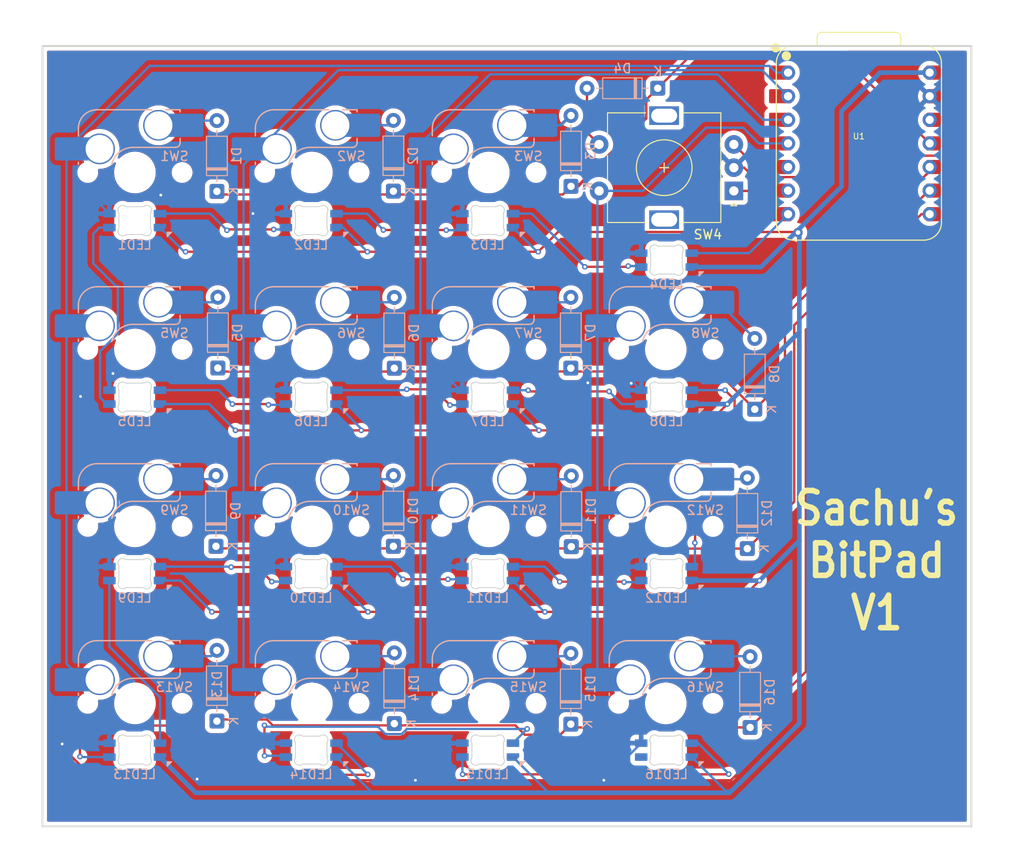
<source format=kicad_pcb>
(kicad_pcb (version 20241229) (generator "pcbnew") (generator_version "9.0")
  (layers (0 "F.Cu" signal) (2 "B.Cu" signal) (13 "F.Paste" user) (15 "B.Paste" user) (5 "F.SilkS" user "F.Silkscreen") (7 "B.SilkS" user "B.Silkscreen") (1 "F.Mask" user) (3 "B.Mask" user) (25 "Edge.Cuts" user))
  (net 0 "")
  (net 1 "+5V")
  (net 2 "Net-(D1-A)")
  (net 3 "GND")
  (net 4 "row1")
  (net 5 "Net-(D2-A)")
  (net 6 "Net-(D3-A)")
  (net 7 "Net-(D4-A)")
  (net 8 "row2")
  (net 9 "Net-(D6-A)")
  (net 10 "Net-(D7-A)")
  (net 11 "Net-(D8-A)")
  (net 12 "Net-(D9-A)")
  (net 13 "row3")
  (net 14 "Net-(D10-A)")
  (net 15 "Net-(D11-A)")
  (net 16 "row4")
  (net 17 "Net-(D13-A)")
  (net 18 "Net-(D14-A)")
  (net 19 "Net-(D15-A)")
  (net 20 "Net-(D5-A)")
  (net 21 "col1")
  (net 22 "col2")
  (net 23 "col3")
  (net 24 "Net-(D12-A)")
  (net 25 "rotaryA")
  (net 26 "rotaryB")
  (net 27 "Net-(D16-A)")
  (net 28 "col4")
  (net 29 "led")
  (net 30 "Net-(LED1-DIN)")
  (net 31 "Net-(LED1-DOUT)")
  (net 32 "Net-(LED10-DIN)")
  (net 33 "Net-(LED10-DOUT)")
  (net 36 "Net-(LED2-DIN)")
  (net 37 "Net-(LED3-DIN)")
  (net 38 "Net-(LED5-DIN)")
  (net 39 "Net-(LED6-DIN)")
  (net 40 "Net-(LED7-DIN)")
  (net 41 "Net-(LED13-DIN)")
  (net 42 "Net-(LED12-DIN)")
  (net 43 "Net-(LED11-DIN)")
  (net 44 "Net-(LED13-DOUT)")
  (net 45 "Net-(LED14-DOUT)")
  (net 46 "Net-(LED15-DOUT)")
  (footprint "OPL:XIAO-RP2040-DIP" (layer "F.Cu") (at 182.71 70.6885)
    (property "Reference" "U1")
    (property "Value" "XIAO-RP2040-DIP")
  )
  (footprint "Rotary_Encoder:RotaryEncoder_Alps_EC11E-Switch_Vertical_H20mm" (layer "F.Cu") (at 169.25 75.8 180)
    (property "Reference" "SW4")
    (property "Value" "RotaryEncoder_Switch")
  )
  (footprint "Diode_THT:D_DO-35_SOD27_P7.62mm_Horizontal" (layer "B.Cu") (at 113.6 75.85 90)
    (property "Reference" "D1")
    (property "Value" "D")
  )
  (footprint "Diode_THT:D_DO-35_SOD27_P7.62mm_Horizontal" (layer "B.Cu") (at 151.7 133.21 90)
    (property "Reference" "D15")
    (property "Value" "D")
  )
  (footprint "PCM_marbastlib-mx:SW_MX_HS_CPG151101S11_1u" (layer "B.Cu") (at 142.875 73.81875 180)
    (property "Reference" "SW3")
    (property "Value" "MX_SWITCH")
  )
  (footprint "PCM_marbastlib-mx:SW_MX_HS_CPG151101S11_1u" (layer "B.Cu") (at 142.875 92.86875 180)
    (property "Reference" "SW7")
    (property "Value" "MX_SWITCH")
  )
  (footprint "PCM_marbastlib-mx:LED_MX_6028R" (layer "B.Cu") (at 142.75 98 180)
    (property "Reference" "LED7")
    (property "Value" "MX_SK6812MINI-E")
    (fp_line (start 1.699999 -0.702841) (end 1.699999 0.702843) (stroke (width 0.1)) (layer "Edge.Cuts"))
    (fp_line (start 0.794452 1.5) (end -0.794453 1.5) (stroke (width 0.1)) (layer "Edge.Cuts"))
    (fp_line (start -0.794452 -1.499999) (end 0.794452 -1.499999) (stroke (width 0.1)) (layer "Edge.Cuts"))
    (fp_line (start -1.699999 0.702843) (end -1.699999 -0.702841) (stroke (width 0.1)) (layer "Edge.Cuts"))
    (fp_arc (start 1.749484 0.919721) (mid 1.712526 0.814069) (end 1.699999 0.702843) (stroke (width 0.1)) (layer "Edge.Cuts"))
    (fp_arc (start 1.749484 0.919721) (mid 1.638072 1.504036) (end 1.046711 1.5683) (stroke (width 0.1)) (layer "Edge.Cuts"))
    (fp_arc (start 1.699999 -0.702842) (mid 1.712536 -0.814064) (end 1.749484 -0.919719) (stroke (width 0.1)) (layer "Edge.Cuts"))
    (fp_arc (start 1.046711 -1.568296) (mid 1.63807 -1.504033) (end 1.749484 -0.919719) (stroke (width 0.1)) (layer "Edge.Cuts"))
    (fp_arc (start 1.04671 -1.568298) (mid 0.925122 -1.517376) (end 0.794452 -1.499999) (stroke (width 0.1)) (layer "Edge.Cuts"))
    (fp_arc (start 0.794453 1.500001) (mid 0.925123 1.517378) (end 1.046711 1.5683) (stroke (width 0.1)) (layer "Edge.Cuts"))
    (fp_arc (start -0.794452 -1.499999) (mid -0.925123 -1.517376) (end -1.046711 -1.568298) (stroke (width 0.1)) (layer "Edge.Cuts"))
    (fp_arc (start -1.046711 1.568299) (mid -0.925123 1.517377) (end -0.794453 1.5) (stroke (width 0.1)) (layer "Edge.Cuts"))
    (fp_arc (start -1.046711 1.568299) (mid -1.63807 1.504035) (end -1.749484 0.919721) (stroke (width 0.1)) (layer "Edge.Cuts"))
    (fp_arc (start -1.699999 0.702844) (mid -1.712527 0.814069) (end -1.749484 0.919721) (stroke (width 0.1)) (layer "Edge.Cuts"))
    (fp_arc (start -1.749484 -0.919718) (mid -1.638072 -1.504034) (end -1.046711 -1.568298) (stroke (width 0.1)) (layer "Edge.Cuts"))
    (fp_arc (start -1.749484 -0.919719) (mid -1.712527 -0.814067) (end -1.699999 -0.702841) (stroke (width 0.1)) (layer "Edge.Cuts"))
  )
  (footprint "Diode_THT:D_DO-35_SOD27_P7.62mm_Horizontal" (layer "B.Cu") (at 132.7 94.89 90)
    (property "Reference" "D6")
    (property "Value" "D")
  )
  (footprint "PCM_marbastlib-mx:SW_MX_HS_CPG151101S11_1u" (layer "B.Cu") (at 104.775 73.81875 180)
    (property "Reference" "SW1")
    (property "Value" "MX_SWITCH")
  )
  (footprint "PCM_marbastlib-mx:SW_MX_HS_CPG151101S11_1u" (layer "B.Cu") (at 142.875 130.96875 180)
    (property "Reference" "SW15")
    (property "Value" "MX_SWITCH")
  )
  (footprint "PCM_marbastlib-mx:SW_MX_HS_CPG151101S11_1u" (layer "B.Cu") (at 104.775 92.86875 180)
    (property "Reference" "SW5")
    (property "Value" "MX_SWITCH")
  )
  (footprint "PCM_marbastlib-mx:LED_MX_6028R" (layer "B.Cu") (at 123.75 79 180)
    (property "Reference" "LED2")
    (property "Value" "MX_SK6812MINI-E")
    (fp_line (start 1.699999 -0.702841) (end 1.699999 0.702843) (stroke (width 0.1)) (layer "Edge.Cuts"))
    (fp_line (start 0.794452 1.5) (end -0.794453 1.5) (stroke (width 0.1)) (layer "Edge.Cuts"))
    (fp_line (start -0.794452 -1.499999) (end 0.794452 -1.499999) (stroke (width 0.1)) (layer "Edge.Cuts"))
    (fp_line (start -1.699999 0.702843) (end -1.699999 -0.702841) (stroke (width 0.1)) (layer "Edge.Cuts"))
    (fp_arc (start 1.749484 0.919721) (mid 1.712526 0.814069) (end 1.699999 0.702843) (stroke (width 0.1)) (layer "Edge.Cuts"))
    (fp_arc (start 1.749484 0.919721) (mid 1.638072 1.504036) (end 1.046711 1.5683) (stroke (width 0.1)) (layer "Edge.Cuts"))
    (fp_arc (start 1.699999 -0.702842) (mid 1.712536 -0.814064) (end 1.749484 -0.919719) (stroke (width 0.1)) (layer "Edge.Cuts"))
    (fp_arc (start 1.046711 -1.568296) (mid 1.63807 -1.504033) (end 1.749484 -0.919719) (stroke (width 0.1)) (layer "Edge.Cuts"))
    (fp_arc (start 1.04671 -1.568298) (mid 0.925122 -1.517376) (end 0.794452 -1.499999) (stroke (width 0.1)) (layer "Edge.Cuts"))
    (fp_arc (start 0.794453 1.500001) (mid 0.925123 1.517378) (end 1.046711 1.5683) (stroke (width 0.1)) (layer "Edge.Cuts"))
    (fp_arc (start -0.794452 -1.499999) (mid -0.925123 -1.517376) (end -1.046711 -1.568298) (stroke (width 0.1)) (layer "Edge.Cuts"))
    (fp_arc (start -1.046711 1.568299) (mid -0.925123 1.517377) (end -0.794453 1.5) (stroke (width 0.1)) (layer "Edge.Cuts"))
    (fp_arc (start -1.046711 1.568299) (mid -1.63807 1.504035) (end -1.749484 0.919721) (stroke (width 0.1)) (layer "Edge.Cuts"))
    (fp_arc (start -1.699999 0.702844) (mid -1.712527 0.814069) (end -1.749484 0.919721) (stroke (width 0.1)) (layer "Edge.Cuts"))
    (fp_arc (start -1.749484 -0.919718) (mid -1.638072 -1.504034) (end -1.046711 -1.568298) (stroke (width 0.1)) (layer "Edge.Cuts"))
    (fp_arc (start -1.749484 -0.919719) (mid -1.712527 -0.814067) (end -1.699999 -0.702841) (stroke (width 0.1)) (layer "Edge.Cuts"))
  )
  (footprint "Diode_THT:D_DO-35_SOD27_P7.62mm_Horizontal" (layer "B.Cu") (at 151.75 114.1 90)
    (property "Reference" "D11")
    (property "Value" "D")
  )
  (footprint "PCM_marbastlib-mx:SW_MX_HS_CPG151101S11_1u" (layer "B.Cu") (at 104.775 111.91875 180)
    (property "Reference" "SW9")
    (property "Value" "MX_SWITCH")
  )
  (footprint "Diode_THT:D_DO-35_SOD27_P7.62mm_Horizontal" (layer "B.Cu") (at 113.6 132.88 90)
    (property "Reference" "D13")
    (property "Value" "D")
  )
  (footprint "Diode_THT:D_DO-35_SOD27_P7.62mm_Horizontal" (layer "B.Cu") (at 171.5 99.31 90)
    (property "Reference" "D8")
    (property "Value" "D")
  )
  (footprint "PCM_marbastlib-mx:SW_MX_HS_CPG151101S11_1u" (layer "B.Cu") (at 161.925 92.86875 180)
    (property "Reference" "SW8")
    (property "Value" "MX_SWITCH")
  )
  (footprint "PCM_marbastlib-mx:LED_MX_6028R" (layer "B.Cu") (at 123.75 136 180)
    (property "Reference" "LED14")
    (property "Value" "MX_SK6812MINI-E")
    (fp_line (start 1.699999 -0.702841) (end 1.699999 0.702843) (stroke (width 0.1)) (layer "Edge.Cuts"))
    (fp_line (start 0.794452 1.5) (end -0.794453 1.5) (stroke (width 0.1)) (layer "Edge.Cuts"))
    (fp_line (start -0.794452 -1.499999) (end 0.794452 -1.499999) (stroke (width 0.1)) (layer "Edge.Cuts"))
    (fp_line (start -1.699999 0.702843) (end -1.699999 -0.702841) (stroke (width 0.1)) (layer "Edge.Cuts"))
    (fp_arc (start 1.749484 0.919721) (mid 1.712526 0.814069) (end 1.699999 0.702843) (stroke (width 0.1)) (layer "Edge.Cuts"))
    (fp_arc (start 1.749484 0.919721) (mid 1.638072 1.504036) (end 1.046711 1.5683) (stroke (width 0.1)) (layer "Edge.Cuts"))
    (fp_arc (start 1.699999 -0.702842) (mid 1.712536 -0.814064) (end 1.749484 -0.919719) (stroke (width 0.1)) (layer "Edge.Cuts"))
    (fp_arc (start 1.046711 -1.568296) (mid 1.63807 -1.504033) (end 1.749484 -0.919719) (stroke (width 0.1)) (layer "Edge.Cuts"))
    (fp_arc (start 1.04671 -1.568298) (mid 0.925122 -1.517376) (end 0.794452 -1.499999) (stroke (width 0.1)) (layer "Edge.Cuts"))
    (fp_arc (start 0.794453 1.500001) (mid 0.925123 1.517378) (end 1.046711 1.5683) (stroke (width 0.1)) (layer "Edge.Cuts"))
    (fp_arc (start -0.794452 -1.499999) (mid -0.925123 -1.517376) (end -1.046711 -1.568298) (stroke (width 0.1)) (layer "Edge.Cuts"))
    (fp_arc (start -1.046711 1.568299) (mid -0.925123 1.517377) (end -0.794453 1.5) (stroke (width 0.1)) (layer "Edge.Cuts"))
    (fp_arc (start -1.046711 1.568299) (mid -1.63807 1.504035) (end -1.749484 0.919721) (stroke (width 0.1)) (layer "Edge.Cuts"))
    (fp_arc (start -1.699999 0.702844) (mid -1.712527 0.814069) (end -1.749484 0.919721) (stroke (width 0.1)) (layer "Edge.Cuts"))
    (fp_arc (start -1.749484 -0.919718) (mid -1.638072 -1.504034) (end -1.046711 -1.568298) (stroke (width 0.1)) (layer "Edge.Cuts"))
    (fp_arc (start -1.749484 -0.919719) (mid -1.712527 -0.814067) (end -1.699999 -0.702841) (stroke (width 0.1)) (layer "Edge.Cuts"))
  )
  (footprint "Diode_THT:D_DO-35_SOD27_P7.62mm_Horizontal" (layer "B.Cu") (at 132.7 133.15 90)
    (property "Reference" "D14")
    (property "Value" "D")
  )
  (footprint "PCM_marbastlib-mx:LED_MX_6028R" (layer "B.Cu") (at 162 136 180)
    (property "Reference" "LED16")
    (property "Value" "MX_SK6812MINI-E")
    (fp_line (start 1.699999 -0.702841) (end 1.699999 0.702843) (stroke (width 0.1)) (layer "Edge.Cuts"))
    (fp_line (start 0.794452 1.5) (end -0.794453 1.5) (stroke (width 0.1)) (layer "Edge.Cuts"))
    (fp_line (start -0.794452 -1.499999) (end 0.794452 -1.499999) (stroke (width 0.1)) (layer "Edge.Cuts"))
    (fp_line (start -1.699999 0.702843) (end -1.699999 -0.702841) (stroke (width 0.1)) (layer "Edge.Cuts"))
    (fp_arc (start 1.749484 0.919721) (mid 1.712526 0.814069) (end 1.699999 0.702843) (stroke (width 0.1)) (layer "Edge.Cuts"))
    (fp_arc (start 1.749484 0.919721) (mid 1.638072 1.504036) (end 1.046711 1.5683) (stroke (width 0.1)) (layer "Edge.Cuts"))
    (fp_arc (start 1.699999 -0.702842) (mid 1.712536 -0.814064) (end 1.749484 -0.919719) (stroke (width 0.1)) (layer "Edge.Cuts"))
    (fp_arc (start 1.046711 -1.568296) (mid 1.63807 -1.504033) (end 1.749484 -0.919719) (stroke (width 0.1)) (layer "Edge.Cuts"))
    (fp_arc (start 1.04671 -1.568298) (mid 0.925122 -1.517376) (end 0.794452 -1.499999) (stroke (width 0.1)) (layer "Edge.Cuts"))
    (fp_arc (start 0.794453 1.500001) (mid 0.925123 1.517378) (end 1.046711 1.5683) (stroke (width 0.1)) (layer "Edge.Cuts"))
    (fp_arc (start -0.794452 -1.499999) (mid -0.925123 -1.517376) (end -1.046711 -1.568298) (stroke (width 0.1)) (layer "Edge.Cuts"))
    (fp_arc (start -1.046711 1.568299) (mid -0.925123 1.517377) (end -0.794453 1.5) (stroke (width 0.1)) (layer "Edge.Cuts"))
    (fp_arc (start -1.046711 1.568299) (mid -1.63807 1.504035) (end -1.749484 0.919721) (stroke (width 0.1)) (layer "Edge.Cuts"))
    (fp_arc (start -1.699999 0.702844) (mid -1.712527 0.814069) (end -1.749484 0.919721) (stroke (width 0.1)) (layer "Edge.Cuts"))
    (fp_arc (start -1.749484 -0.919718) (mid -1.638072 -1.504034) (end -1.046711 -1.568298) (stroke (width 0.1)) (layer "Edge.Cuts"))
    (fp_arc (start -1.749484 -0.919719) (mid -1.712527 -0.814067) (end -1.699999 -0.702841) (stroke (width 0.1)) (layer "Edge.Cuts"))
  )
  (footprint "PCM_marbastlib-mx:LED_MX_6028R" (layer "B.Cu") (at 142.75 117 180)
    (property "Reference" "LED11")
    (property "Value" "MX_SK6812MINI-E")
    (fp_line (start 1.699999 -0.702841) (end 1.699999 0.702843) (stroke (width 0.1)) (layer "Edge.Cuts"))
    (fp_line (start 0.794452 1.5) (end -0.794453 1.5) (stroke (width 0.1)) (layer "Edge.Cuts"))
    (fp_line (start -0.794452 -1.499999) (end 0.794452 -1.499999) (stroke (width 0.1)) (layer "Edge.Cuts"))
    (fp_line (start -1.699999 0.702843) (end -1.699999 -0.702841) (stroke (width 0.1)) (layer "Edge.Cuts"))
    (fp_arc (start 1.749484 0.919721) (mid 1.712526 0.814069) (end 1.699999 0.702843) (stroke (width 0.1)) (layer "Edge.Cuts"))
    (fp_arc (start 1.749484 0.919721) (mid 1.638072 1.504036) (end 1.046711 1.5683) (stroke (width 0.1)) (layer "Edge.Cuts"))
    (fp_arc (start 1.699999 -0.702842) (mid 1.712536 -0.814064) (end 1.749484 -0.919719) (stroke (width 0.1)) (layer "Edge.Cuts"))
    (fp_arc (start 1.046711 -1.568296) (mid 1.63807 -1.504033) (end 1.749484 -0.919719) (stroke (width 0.1)) (layer "Edge.Cuts"))
    (fp_arc (start 1.04671 -1.568298) (mid 0.925122 -1.517376) (end 0.794452 -1.499999) (stroke (width 0.1)) (layer "Edge.Cuts"))
    (fp_arc (start 0.794453 1.500001) (mid 0.925123 1.517378) (end 1.046711 1.5683) (stroke (width 0.1)) (layer "Edge.Cuts"))
    (fp_arc (start -0.794452 -1.499999) (mid -0.925123 -1.517376) (end -1.046711 -1.568298) (stroke (width 0.1)) (layer "Edge.Cuts"))
    (fp_arc (start -1.046711 1.568299) (mid -0.925123 1.517377) (end -0.794453 1.5) (stroke (width 0.1)) (layer "Edge.Cuts"))
    (fp_arc (start -1.046711 1.568299) (mid -1.63807 1.504035) (end -1.749484 0.919721) (stroke (width 0.1)) (layer "Edge.Cuts"))
    (fp_arc (start -1.699999 0.702844) (mid -1.712527 0.814069) (end -1.749484 0.919721) (stroke (width 0.1)) (layer "Edge.Cuts"))
    (fp_arc (start -1.749484 -0.919718) (mid -1.638072 -1.504034) (end -1.046711 -1.568298) (stroke (width 0.1)) (layer "Edge.Cuts"))
    (fp_arc (start -1.749484 -0.919719) (mid -1.712527 -0.814067) (end -1.699999 -0.702841) (stroke (width 0.1)) (layer "Edge.Cuts"))
  )
  (footprint "PCM_marbastlib-mx:LED_MX_6028R" (layer "B.Cu") (at 162 83.25 180)
    (property "Reference" "LED4")
    (property "Value" "MX_SK6812MINI-E")
    (fp_line (start 1.699999 -0.702841) (end 1.699999 0.702843) (stroke (width 0.1)) (layer "Edge.Cuts"))
    (fp_line (start 0.794452 1.5) (end -0.794453 1.5) (stroke (width 0.1)) (layer "Edge.Cuts"))
    (fp_line (start -0.794452 -1.499999) (end 0.794452 -1.499999) (stroke (width 0.1)) (layer "Edge.Cuts"))
    (fp_line (start -1.699999 0.702843) (end -1.699999 -0.702841) (stroke (width 0.1)) (layer "Edge.Cuts"))
    (fp_arc (start 1.749484 0.919721) (mid 1.712526 0.814069) (end 1.699999 0.702843) (stroke (width 0.1)) (layer "Edge.Cuts"))
    (fp_arc (start 1.749484 0.919721) (mid 1.638072 1.504036) (end 1.046711 1.5683) (stroke (width 0.1)) (layer "Edge.Cuts"))
    (fp_arc (start 1.699999 -0.702842) (mid 1.712536 -0.814064) (end 1.749484 -0.919719) (stroke (width 0.1)) (layer "Edge.Cuts"))
    (fp_arc (start 1.046711 -1.568296) (mid 1.63807 -1.504033) (end 1.749484 -0.919719) (stroke (width 0.1)) (layer "Edge.Cuts"))
    (fp_arc (start 1.04671 -1.568298) (mid 0.925122 -1.517376) (end 0.794452 -1.499999) (stroke (width 0.1)) (layer "Edge.Cuts"))
    (fp_arc (start 0.794453 1.500001) (mid 0.925123 1.517378) (end 1.046711 1.5683) (stroke (width 0.1)) (layer "Edge.Cuts"))
    (fp_arc (start -0.794452 -1.499999) (mid -0.925123 -1.517376) (end -1.046711 -1.568298) (stroke (width 0.1)) (layer "Edge.Cuts"))
    (fp_arc (start -1.046711 1.568299) (mid -0.925123 1.517377) (end -0.794453 1.5) (stroke (width 0.1)) (layer "Edge.Cuts"))
    (fp_arc (start -1.046711 1.568299) (mid -1.63807 1.504035) (end -1.749484 0.919721) (stroke (width 0.1)) (layer "Edge.Cuts"))
    (fp_arc (start -1.699999 0.702844) (mid -1.712527 0.814069) (end -1.749484 0.919721) (stroke (width 0.1)) (layer "Edge.Cuts"))
    (fp_arc (start -1.749484 -0.919718) (mid -1.638072 -1.504034) (end -1.046711 -1.568298) (stroke (width 0.1)) (layer "Edge.Cuts"))
    (fp_arc (start -1.749484 -0.919719) (mid -1.712527 -0.814067) (end -1.699999 -0.702841) (stroke (width 0.1)) (layer "Edge.Cuts"))
  )
  (footprint "PCM_marbastlib-mx:SW_MX_HS_CPG151101S11_1u" (layer "B.Cu") (at 142.875 111.91875 180)
    (property "Reference" "SW11")
    (property "Value" "MX_SWITCH")
  )
  (footprint "Diode_THT:D_DO-35_SOD27_P7.62mm_Horizontal" (layer "B.Cu") (at 151.7 94.88 90)
    (property "Reference" "D7")
    (property "Value" "D")
  )
  (footprint "Diode_THT:D_DO-35_SOD27_P7.62mm_Horizontal" (layer "B.Cu") (at 170.7 114.31 90)
    (property "Reference" "D12")
    (property "Value" "D")
  )
  (footprint "PCM_marbastlib-mx:LED_MX_6028R" (layer "B.Cu") (at 123.75 98 180)
    (property "Reference" "LED6")
    (property "Value" "MX_SK6812MINI-E")
    (fp_line (start 1.699999 -0.702841) (end 1.699999 0.702843) (stroke (width 0.1)) (layer "Edge.Cuts"))
    (fp_line (start 0.794452 1.5) (end -0.794453 1.5) (stroke (width 0.1)) (layer "Edge.Cuts"))
    (fp_line (start -0.794452 -1.499999) (end 0.794452 -1.499999) (stroke (width 0.1)) (layer "Edge.Cuts"))
    (fp_line (start -1.699999 0.702843) (end -1.699999 -0.702841) (stroke (width 0.1)) (layer "Edge.Cuts"))
    (fp_arc (start 1.749484 0.919721) (mid 1.712526 0.814069) (end 1.699999 0.702843) (stroke (width 0.1)) (layer "Edge.Cuts"))
    (fp_arc (start 1.749484 0.919721) (mid 1.638072 1.504036) (end 1.046711 1.5683) (stroke (width 0.1)) (layer "Edge.Cuts"))
    (fp_arc (start 1.699999 -0.702842) (mid 1.712536 -0.814064) (end 1.749484 -0.919719) (stroke (width 0.1)) (layer "Edge.Cuts"))
    (fp_arc (start 1.046711 -1.568296) (mid 1.63807 -1.504033) (end 1.749484 -0.919719) (stroke (width 0.1)) (layer "Edge.Cuts"))
    (fp_arc (start 1.04671 -1.568298) (mid 0.925122 -1.517376) (end 0.794452 -1.499999) (stroke (width 0.1)) (layer "Edge.Cuts"))
    (fp_arc (start 0.794453 1.500001) (mid 0.925123 1.517378) (end 1.046711 1.5683) (stroke (width 0.1)) (layer "Edge.Cuts"))
    (fp_arc (start -0.794452 -1.499999) (mid -0.925123 -1.517376) (end -1.046711 -1.568298) (stroke (width 0.1)) (layer "Edge.Cuts"))
    (fp_arc (start -1.046711 1.568299) (mid -0.925123 1.517377) (end -0.794453 1.5) (stroke (width 0.1)) (layer "Edge.Cuts"))
    (fp_arc (start -1.046711 1.568299) (mid -1.63807 1.504035) (end -1.749484 0.919721) (stroke (width 0.1)) (layer "Edge.Cuts"))
    (fp_arc (start -1.699999 0.702844) (mid -1.712527 0.814069) (end -1.749484 0.919721) (stroke (width 0.1)) (layer "Edge.Cuts"))
    (fp_arc (start -1.749484 -0.919718) (mid -1.638072 -1.504034) (end -1.046711 -1.568298) (stroke (width 0.1)) (layer "Edge.Cuts"))
    (fp_arc (start -1.749484 -0.919719) (mid -1.712527 -0.814067) (end -1.699999 -0.702841) (stroke (width 0.1)) (layer "Edge.Cuts"))
  )
  (footprint "PCM_marbastlib-mx:LED_MX_6028R" (layer "B.Cu") (at 104.75 117 180)
    (property "Reference" "LED9")
    (property "Value" "MX_SK6812MINI-E")
    (fp_line (start 1.699999 -0.702841) (end 1.699999 0.702843) (stroke (width 0.1)) (layer "Edge.Cuts"))
    (fp_line (start 0.794452 1.5) (end -0.794453 1.5) (stroke (width 0.1)) (layer "Edge.Cuts"))
    (fp_line (start -0.794452 -1.499999) (end 0.794452 -1.499999) (stroke (width 0.1)) (layer "Edge.Cuts"))
    (fp_line (start -1.699999 0.702843) (end -1.699999 -0.702841) (stroke (width 0.1)) (layer "Edge.Cuts"))
    (fp_arc (start 1.749484 0.919721) (mid 1.712526 0.814069) (end 1.699999 0.702843) (stroke (width 0.1)) (layer "Edge.Cuts"))
    (fp_arc (start 1.749484 0.919721) (mid 1.638072 1.504036) (end 1.046711 1.5683) (stroke (width 0.1)) (layer "Edge.Cuts"))
    (fp_arc (start 1.699999 -0.702842) (mid 1.712536 -0.814064) (end 1.749484 -0.919719) (stroke (width 0.1)) (layer "Edge.Cuts"))
    (fp_arc (start 1.046711 -1.568296) (mid 1.63807 -1.504033) (end 1.749484 -0.919719) (stroke (width 0.1)) (layer "Edge.Cuts"))
    (fp_arc (start 1.04671 -1.568298) (mid 0.925122 -1.517376) (end 0.794452 -1.499999) (stroke (width 0.1)) (layer "Edge.Cuts"))
    (fp_arc (start 0.794453 1.500001) (mid 0.925123 1.517378) (end 1.046711 1.5683) (stroke (width 0.1)) (layer "Edge.Cuts"))
    (fp_arc (start -0.794452 -1.499999) (mid -0.925123 -1.517376) (end -1.046711 -1.568298) (stroke (width 0.1)) (layer "Edge.Cuts"))
    (fp_arc (start -1.046711 1.568299) (mid -0.925123 1.517377) (end -0.794453 1.5) (stroke (width 0.1)) (layer "Edge.Cuts"))
    (fp_arc (start -1.046711 1.568299) (mid -1.63807 1.504035) (end -1.749484 0.919721) (stroke (width 0.1)) (layer "Edge.Cuts"))
    (fp_arc (start -1.699999 0.702844) (mid -1.712527 0.814069) (end -1.749484 0.919721) (stroke (width 0.1)) (layer "Edge.Cuts"))
    (fp_arc (start -1.749484 -0.919718) (mid -1.638072 -1.504034) (end -1.046711 -1.568298) (stroke (width 0.1)) (layer "Edge.Cuts"))
    (fp_arc (start -1.749484 -0.919719) (mid -1.712527 -0.814067) (end -1.699999 -0.702841) (stroke (width 0.1)) (layer "Edge.Cuts"))
  )
  (footprint "Diode_THT:D_DO-35_SOD27_P7.62mm_Horizontal" (layer "B.Cu") (at 113.5 114.06 90)
    (property "Reference" "D9")
    (property "Value" "D")
  )
  (footprint "PCM_marbastlib-mx:LED_MX_6028R" (layer "B.Cu") (at 162 117 180)
    (property "Reference" "LED12")
    (property "Value" "MX_SK6812MINI-E")
    (fp_line (start 1.699999 -0.702841) (end 1.699999 0.702843) (stroke (width 0.1)) (layer "Edge.Cuts"))
    (fp_line (start 0.794452 1.5) (end -0.794453 1.5) (stroke (width 0.1)) (layer "Edge.Cuts"))
    (fp_line (start -0.794452 -1.499999) (end 0.794452 -1.499999) (stroke (width 0.1)) (layer "Edge.Cuts"))
    (fp_line (start -1.699999 0.702843) (end -1.699999 -0.702841) (stroke (width 0.1)) (layer "Edge.Cuts"))
    (fp_arc (start 1.749484 0.919721) (mid 1.712526 0.814069) (end 1.699999 0.702843) (stroke (width 0.1)) (layer "Edge.Cuts"))
    (fp_arc (start 1.749484 0.919721) (mid 1.638072 1.504036) (end 1.046711 1.5683) (stroke (width 0.1)) (layer "Edge.Cuts"))
    (fp_arc (start 1.699999 -0.702842) (mid 1.712536 -0.814064) (end 1.749484 -0.919719) (stroke (width 0.1)) (layer "Edge.Cuts"))
    (fp_arc (start 1.046711 -1.568296) (mid 1.63807 -1.504033) (end 1.749484 -0.919719) (stroke (width 0.1)) (layer "Edge.Cuts"))
    (fp_arc (start 1.04671 -1.568298) (mid 0.925122 -1.517376) (end 0.794452 -1.499999) (stroke (width 0.1)) (layer "Edge.Cuts"))
    (fp_arc (start 0.794453 1.500001) (mid 0.925123 1.517378) (end 1.046711 1.5683) (stroke (width 0.1)) (layer "Edge.Cuts"))
    (fp_arc (start -0.794452 -1.499999) (mid -0.925123 -1.517376) (end -1.046711 -1.568298) (stroke (width 0.1)) (layer "Edge.Cuts"))
    (fp_arc (start -1.046711 1.568299) (mid -0.925123 1.517377) (end -0.794453 1.5) (stroke (width 0.1)) (layer "Edge.Cuts"))
    (fp_arc (start -1.046711 1.568299) (mid -1.63807 1.504035) (end -1.749484 0.919721) (stroke (width 0.1)) (layer "Edge.Cuts"))
    (fp_arc (start -1.699999 0.702844) (mid -1.712527 0.814069) (end -1.749484 0.919721) (stroke (width 0.1)) (layer "Edge.Cuts"))
    (fp_arc (start -1.749484 -0.919718) (mid -1.638072 -1.504034) (end -1.046711 -1.568298) (stroke (width 0.1)) (layer "Edge.Cuts"))
    (fp_arc (start -1.749484 -0.919719) (mid -1.712527 -0.814067) (end -1.699999 -0.702841) (stroke (width 0.1)) (layer "Edge.Cuts"))
  )
  (footprint "PCM_marbastlib-mx:LED_MX_6028R" (layer "B.Cu") (at 162 98 180)
    (property "Reference" "LED8")
    (property "Value" "MX_SK6812MINI-E")
    (fp_line (start 1.699999 -0.702841) (end 1.699999 0.702843) (stroke (width 0.1)) (layer "Edge.Cuts"))
    (fp_line (start 0.794452 1.5) (end -0.794453 1.5) (stroke (width 0.1)) (layer "Edge.Cuts"))
    (fp_line (start -0.794452 -1.499999) (end 0.794452 -1.499999) (stroke (width 0.1)) (layer "Edge.Cuts"))
    (fp_line (start -1.699999 0.702843) (end -1.699999 -0.702841) (stroke (width 0.1)) (layer "Edge.Cuts"))
    (fp_arc (start 1.749484 0.919721) (mid 1.712526 0.814069) (end 1.699999 0.702843) (stroke (width 0.1)) (layer "Edge.Cuts"))
    (fp_arc (start 1.749484 0.919721) (mid 1.638072 1.504036) (end 1.046711 1.5683) (stroke (width 0.1)) (layer "Edge.Cuts"))
    (fp_arc (start 1.699999 -0.702842) (mid 1.712536 -0.814064) (end 1.749484 -0.919719) (stroke (width 0.1)) (layer "Edge.Cuts"))
    (fp_arc (start 1.046711 -1.568296) (mid 1.63807 -1.504033) (end 1.749484 -0.919719) (stroke (width 0.1)) (layer "Edge.Cuts"))
    (fp_arc (start 1.04671 -1.568298) (mid 0.925122 -1.517376) (end 0.794452 -1.499999) (stroke (width 0.1)) (layer "Edge.Cuts"))
    (fp_arc (start 0.794453 1.500001) (mid 0.925123 1.517378) (end 1.046711 1.5683) (stroke (width 0.1)) (layer "Edge.Cuts"))
    (fp_arc (start -0.794452 -1.499999) (mid -0.925123 -1.517376) (end -1.046711 -1.568298) (stroke (width 0.1)) (layer "Edge.Cuts"))
    (fp_arc (start -1.046711 1.568299) (mid -0.925123 1.517377) (end -0.794453 1.5) (stroke (width 0.1)) (layer "Edge.Cuts"))
    (fp_arc (start -1.046711 1.568299) (mid -1.63807 1.504035) (end -1.749484 0.919721) (stroke (width 0.1)) (layer "Edge.Cuts"))
    (fp_arc (start -1.699999 0.702844) (mid -1.712527 0.814069) (end -1.749484 0.919721) (stroke (width 0.1)) (layer "Edge.Cuts"))
    (fp_arc (start -1.749484 -0.919718) (mid -1.638072 -1.504034) (end -1.046711 -1.568298) (stroke (width 0.1)) (layer "Edge.Cuts"))
    (fp_arc (start -1.749484 -0.919719) (mid -1.712527 -0.814067) (end -1.699999 -0.702841) (stroke (width 0.1)) (layer "Edge.Cuts"))
  )
  (footprint "Diode_THT:D_DO-35_SOD27_P7.62mm_Horizontal" (layer "B.Cu") (at 151.72 75.31 90)
    (property "Reference" "D3")
    (property "Value" "D")
  )
  (footprint "PCM_marbastlib-mx:LED_MX_6028R" (layer "B.Cu") (at 142.75 136 180)
    (property "Reference" "LED15")
    (property "Value" "MX_SK6812MINI-E")
    (fp_line (start 1.699999 -0.702841) (end 1.699999 0.702843) (stroke (width 0.1)) (layer "Edge.Cuts"))
    (fp_line (start 0.794452 1.5) (end -0.794453 1.5) (stroke (width 0.1)) (layer "Edge.Cuts"))
    (fp_line (start -0.794452 -1.499999) (end 0.794452 -1.499999) (stroke (width 0.1)) (layer "Edge.Cuts"))
    (fp_line (start -1.699999 0.702843) (end -1.699999 -0.702841) (stroke (width 0.1)) (layer "Edge.Cuts"))
    (fp_arc (start 1.749484 0.919721) (mid 1.712526 0.814069) (end 1.699999 0.702843) (stroke (width 0.1)) (layer "Edge.Cuts"))
    (fp_arc (start 1.749484 0.919721) (mid 1.638072 1.504036) (end 1.046711 1.5683) (stroke (width 0.1)) (layer "Edge.Cuts"))
    (fp_arc (start 1.699999 -0.702842) (mid 1.712536 -0.814064) (end 1.749484 -0.919719) (stroke (width 0.1)) (layer "Edge.Cuts"))
    (fp_arc (start 1.046711 -1.568296) (mid 1.63807 -1.504033) (end 1.749484 -0.919719) (stroke (width 0.1)) (layer "Edge.Cuts"))
    (fp_arc (start 1.04671 -1.568298) (mid 0.925122 -1.517376) (end 0.794452 -1.499999) (stroke (width 0.1)) (layer "Edge.Cuts"))
    (fp_arc (start 0.794453 1.500001) (mid 0.925123 1.517378) (end 1.046711 1.5683) (stroke (width 0.1)) (layer "Edge.Cuts"))
    (fp_arc (start -0.794452 -1.499999) (mid -0.925123 -1.517376) (end -1.046711 -1.568298) (stroke (width 0.1)) (layer "Edge.Cuts"))
    (fp_arc (start -1.046711 1.568299) (mid -0.925123 1.517377) (end -0.794453 1.5) (stroke (width 0.1)) (layer "Edge.Cuts"))
    (fp_arc (start -1.046711 1.568299) (mid -1.63807 1.504035) (end -1.749484 0.919721) (stroke (width 0.1)) (layer "Edge.Cuts"))
    (fp_arc (start -1.699999 0.702844) (mid -1.712527 0.814069) (end -1.749484 0.919721) (stroke (width 0.1)) (layer "Edge.Cuts"))
    (fp_arc (start -1.749484 -0.919718) (mid -1.638072 -1.504034) (end -1.046711 -1.568298) (stroke (width 0.1)) (layer "Edge.Cuts"))
    (fp_arc (start -1.749484 -0.919719) (mid -1.712527 -0.814067) (end -1.699999 -0.702841) (stroke (width 0.1)) (layer "Edge.Cuts"))
  )
  (footprint "PCM_marbastlib-mx:SW_MX_HS_CPG151101S11_1u" (layer "B.Cu") (at 161.925 130.96875 180)
    (property "Reference" "SW16")
    (property "Value" "MX_SWITCH")
  )
  (footprint "PCM_marbastlib-mx:SW_MX_HS_CPG151101S11_1u" (layer "B.Cu") (at 161.925 111.91875 180)
    (property "Reference" "SW12")
    (property "Value" "MX_SWITCH")
  )
  (footprint "PCM_marbastlib-mx:LED_MX_6028R" (layer "B.Cu") (at 104.75 136 180)
    (property "Reference" "LED13")
    (property "Value" "MX_SK6812MINI-E")
    (fp_line (start 1.699999 -0.702841) (end 1.699999 0.702843) (stroke (width 0.1)) (layer "Edge.Cuts"))
    (fp_line (start 0.794452 1.5) (end -0.794453 1.5) (stroke (width 0.1)) (layer "Edge.Cuts"))
    (fp_line (start -0.794452 -1.499999) (end 0.794452 -1.499999) (stroke (width 0.1)) (layer "Edge.Cuts"))
    (fp_line (start -1.699999 0.702843) (end -1.699999 -0.702841) (stroke (width 0.1)) (layer "Edge.Cuts"))
    (fp_arc (start 1.749484 0.919721) (mid 1.712526 0.814069) (end 1.699999 0.702843) (stroke (width 0.1)) (layer "Edge.Cuts"))
    (fp_arc (start 1.749484 0.919721) (mid 1.638072 1.504036) (end 1.046711 1.5683) (stroke (width 0.1)) (layer "Edge.Cuts"))
    (fp_arc (start 1.699999 -0.702842) (mid 1.712536 -0.814064) (end 1.749484 -0.919719) (stroke (width 0.1)) (layer "Edge.Cuts"))
    (fp_arc (start 1.046711 -1.568296) (mid 1.63807 -1.504033) (end 1.749484 -0.919719) (stroke (width 0.1)) (layer "Edge.Cuts"))
    (fp_arc (start 1.04671 -1.568298) (mid 0.925122 -1.517376) (end 0.794452 -1.499999) (stroke (width 0.1)) (layer "Edge.Cuts"))
    (fp_arc (start 0.794453 1.500001) (mid 0.925123 1.517378) (end 1.046711 1.5683) (stroke (width 0.1)) (layer "Edge.Cuts"))
    (fp_arc (start -0.794452 -1.499999) (mid -0.925123 -1.517376) (end -1.046711 -1.568298) (stroke (width 0.1)) (layer "Edge.Cuts"))
    (fp_arc (start -1.046711 1.568299) (mid -0.925123 1.517377) (end -0.794453 1.5) (stroke (width 0.1)) (layer "Edge.Cuts"))
    (fp_arc (start -1.046711 1.568299) (mid -1.63807 1.504035) (end -1.749484 0.919721) (stroke (width 0.1)) (layer "Edge.Cuts"))
    (fp_arc (start -1.699999 0.702844) (mid -1.712527 0.814069) (end -1.749484 0.919721) (stroke (width 0.1)) (layer "Edge.Cuts"))
    (fp_arc (start -1.749484 -0.919718) (mid -1.638072 -1.504034) (end -1.046711 -1.568298) (stroke (width 0.1)) (layer "Edge.Cuts"))
    (fp_arc (start -1.749484 -0.919719) (mid -1.712527 -0.814067) (end -1.699999 -0.702841) (stroke (width 0.1)) (layer "Edge.Cuts"))
  )
  (footprint "PCM_marbastlib-mx:SW_MX_HS_CPG151101S11_1u" (layer "B.Cu") (at 123.825 92.86875 180)
    (property "Reference" "SW6")
    (property "Value" "MX_SWITCH")
  )
  (footprint "PCM_marbastlib-mx:LED_MX_6028R" (layer "B.Cu") (at 104.75 98 180)
    (property "Reference" "LED5")
    (property "Value" "MX_SK6812MINI-E")
    (fp_line (start 1.699999 -0.702841) (end 1.699999 0.702843) (stroke (width 0.1)) (layer "Edge.Cuts"))
    (fp_line (start 0.794452 1.5) (end -0.794453 1.5) (stroke (width 0.1)) (layer "Edge.Cuts"))
    (fp_line (start -0.794452 -1.499999) (end 0.794452 -1.499999) (stroke (width 0.1)) (layer "Edge.Cuts"))
    (fp_line (start -1.699999 0.702843) (end -1.699999 -0.702841) (stroke (width 0.1)) (layer "Edge.Cuts"))
    (fp_arc (start 1.749484 0.919721) (mid 1.712526 0.814069) (end 1.699999 0.702843) (stroke (width 0.1)) (layer "Edge.Cuts"))
    (fp_arc (start 1.749484 0.919721) (mid 1.638072 1.504036) (end 1.046711 1.5683) (stroke (width 0.1)) (layer "Edge.Cuts"))
    (fp_arc (start 1.699999 -0.702842) (mid 1.712536 -0.814064) (end 1.749484 -0.919719) (stroke (width 0.1)) (layer "Edge.Cuts"))
    (fp_arc (start 1.046711 -1.568296) (mid 1.63807 -1.504033) (end 1.749484 -0.919719) (stroke (width 0.1)) (layer "Edge.Cuts"))
    (fp_arc (start 1.04671 -1.568298) (mid 0.925122 -1.517376) (end 0.794452 -1.499999) (stroke (width 0.1)) (layer "Edge.Cuts"))
    (fp_arc (start 0.794453 1.500001) (mid 0.925123 1.517378) (end 1.046711 1.5683) (stroke (width 0.1)) (layer "Edge.Cuts"))
    (fp_arc (start -0.794452 -1.499999) (mid -0.925123 -1.517376) (end -1.046711 -1.568298) (stroke (width 0.1)) (layer "Edge.Cuts"))
    (fp_arc (start -1.046711 1.568299) (mid -0.925123 1.517377) (end -0.794453 1.5) (stroke (width 0.1)) (layer "Edge.Cuts"))
    (fp_arc (start -1.046711 1.568299) (mid -1.63807 1.504035) (end -1.749484 0.919721) (stroke (width 0.1)) (layer "Edge.Cuts"))
    (fp_arc (start -1.699999 0.702844) (mid -1.712527 0.814069) (end -1.749484 0.919721) (stroke (width 0.1)) (layer "Edge.Cuts"))
    (fp_arc (start -1.749484 -0.919718) (mid -1.638072 -1.504034) (end -1.046711 -1.568298) (stroke (width 0.1)) (layer "Edge.Cuts"))
    (fp_arc (start -1.749484 -0.919719) (mid -1.712527 -0.814067) (end -1.699999 -0.702841) (stroke (width 0.1)) (layer "Edge.Cuts"))
  )
  (footprint "Diode_THT:D_DO-35_SOD27_P7.62mm_Horizontal" (layer "B.Cu") (at 171 133.56 90)
    (property "Reference" "D16")
    (property "Value" "D")
  )
  (footprint "PCM_marbastlib-mx:LED_MX_6028R" (layer "B.Cu") (at 123.75 117 180)
    (property "Reference" "LED10")
    (property "Value" "MX_SK6812MINI-E")
    (fp_line (start 1.699999 -0.702841) (end 1.699999 0.702843) (stroke (width 0.1)) (layer "Edge.Cuts"))
    (fp_line (start 0.794452 1.5) (end -0.794453 1.5) (stroke (width 0.1)) (layer "Edge.Cuts"))
    (fp_line (start -0.794452 -1.499999) (end 0.794452 -1.499999) (stroke (width 0.1)) (layer "Edge.Cuts"))
    (fp_line (start -1.699999 0.702843) (end -1.699999 -0.702841) (stroke (width 0.1)) (layer "Edge.Cuts"))
    (fp_arc (start 1.749484 0.919721) (mid 1.712526 0.814069) (end 1.699999 0.702843) (stroke (width 0.1)) (layer "Edge.Cuts"))
    (fp_arc (start 1.749484 0.919721) (mid 1.638072 1.504036) (end 1.046711 1.5683) (stroke (width 0.1)) (layer "Edge.Cuts"))
    (fp_arc (start 1.699999 -0.702842) (mid 1.712536 -0.814064) (end 1.749484 -0.919719) (stroke (width 0.1)) (layer "Edge.Cuts"))
    (fp_arc (start 1.046711 -1.568296) (mid 1.63807 -1.504033) (end 1.749484 -0.919719) (stroke (width 0.1)) (layer "Edge.Cuts"))
    (fp_arc (start 1.04671 -1.568298) (mid 0.925122 -1.517376) (end 0.794452 -1.499999) (stroke (width 0.1)) (layer "Edge.Cuts"))
    (fp_arc (start 0.794453 1.500001) (mid 0.925123 1.517378) (end 1.046711 1.5683) (stroke (width 0.1)) (layer "Edge.Cuts"))
    (fp_arc (start -0.794452 -1.499999) (mid -0.925123 -1.517376) (end -1.046711 -1.568298) (stroke (width 0.1)) (layer "Edge.Cuts"))
    (fp_arc (start -1.046711 1.568299) (mid -0.925123 1.517377) (end -0.794453 1.5) (stroke (width 0.1)) (layer "Edge.Cuts"))
    (fp_arc (start -1.046711 1.568299) (mid -1.63807 1.504035) (end -1.749484 0.919721) (stroke (width 0.1)) (layer "Edge.Cuts"))
    (fp_arc (start -1.699999 0.702844) (mid -1.712527 0.814069) (end -1.749484 0.919721) (stroke (width 0.1)) (layer "Edge.Cuts"))
    (fp_arc (start -1.749484 -0.919718) (mid -1.638072 -1.504034) (end -1.046711 -1.568298) (stroke (width 0.1)) (layer "Edge.Cuts"))
    (fp_arc (start -1.749484 -0.919719) (mid -1.712527 -0.814067) (end -1.699999 -0.702841) (stroke (width 0.1)) (layer "Edge.Cuts"))
  )
  (footprint "Diode_THT:D_DO-35_SOD27_P7.62mm_Horizontal" (layer "B.Cu") (at 132.6 75.83 90)
    (property "Reference" "D2")
    (property "Value" "D")
  )
  (footprint "PCM_marbastlib-mx:LED_MX_6028R" (layer "B.Cu") (at 104.75 79 180)
    (property "Reference" "LED1")
    (property "Value" "MX_SK6812MINI-E")
    (fp_line (start 1.699999 -0.702841) (end 1.699999 0.702843) (stroke (width 0.1)) (layer "Edge.Cuts"))
    (fp_line (start 0.794452 1.5) (end -0.794453 1.5) (stroke (width 0.1)) (layer "Edge.Cuts"))
    (fp_line (start -0.794452 -1.499999) (end 0.794452 -1.499999) (stroke (width 0.1)) (layer "Edge.Cuts"))
    (fp_line (start -1.699999 0.702843) (end -1.699999 -0.702841) (stroke (width 0.1)) (layer "Edge.Cuts"))
    (fp_arc (start 1.749484 0.919721) (mid 1.712526 0.814069) (end 1.699999 0.702843) (stroke (width 0.1)) (layer "Edge.Cuts"))
    (fp_arc (start 1.749484 0.919721) (mid 1.638072 1.504036) (end 1.046711 1.5683) (stroke (width 0.1)) (layer "Edge.Cuts"))
    (fp_arc (start 1.699999 -0.702842) (mid 1.712536 -0.814064) (end 1.749484 -0.919719) (stroke (width 0.1)) (layer "Edge.Cuts"))
    (fp_arc (start 1.046711 -1.568296) (mid 1.63807 -1.504033) (end 1.749484 -0.919719) (stroke (width 0.1)) (layer "Edge.Cuts"))
    (fp_arc (start 1.04671 -1.568298) (mid 0.925122 -1.517376) (end 0.794452 -1.499999) (stroke (width 0.1)) (layer "Edge.Cuts"))
    (fp_arc (start 0.794453 1.500001) (mid 0.925123 1.517378) (end 1.046711 1.5683) (stroke (width 0.1)) (layer "Edge.Cuts"))
    (fp_arc (start -0.794452 -1.499999) (mid -0.925123 -1.517376) (end -1.046711 -1.568298) (stroke (width 0.1)) (layer "Edge.Cuts"))
    (fp_arc (start -1.046711 1.568299) (mid -0.925123 1.517377) (end -0.794453 1.5) (stroke (width 0.1)) (layer "Edge.Cuts"))
    (fp_arc (start -1.046711 1.568299) (mid -1.63807 1.504035) (end -1.749484 0.919721) (stroke (width 0.1)) (layer "Edge.Cuts"))
    (fp_arc (start -1.699999 0.702844) (mid -1.712527 0.814069) (end -1.749484 0.919721) (stroke (width 0.1)) (layer "Edge.Cuts"))
    (fp_arc (start -1.749484 -0.919718) (mid -1.638072 -1.504034) (end -1.046711 -1.568298) (stroke (width 0.1)) (layer "Edge.Cuts"))
    (fp_arc (start -1.749484 -0.919719) (mid -1.712527 -0.814067) (end -1.699999 -0.702841) (stroke (width 0.1)) (layer "Edge.Cuts"))
  )
  (footprint "PCM_marbastlib-mx:SW_MX_HS_CPG151101S11_1u" (layer "B.Cu") (at 104.775 130.96875 180)
    (property "Reference" "SW13")
    (property "Value" "MX_SWITCH")
  )
  (footprint "Diode_THT:D_DO-35_SOD27_P7.62mm_Horizontal" (layer "B.Cu") (at 113.7 94.87 90)
    (property "Reference" "D5")
    (property "Value" "D")
  )
  (footprint "Diode_THT:D_DO-35_SOD27_P7.62mm_Horizontal" (layer "B.Cu") (at 161.06 64.75 180)
    (property "Reference" "D4")
    (property "Value" "D")
  )
  (footprint "PCM_marbastlib-mx:SW_MX_HS_CPG151101S11_1u" (layer "B.Cu") (at 123.825 73.81875 180)
    (property "Reference" "SW2")
    (property "Value" "MX_SWITCH")
  )
  (footprint "PCM_marbastlib-mx:SW_MX_HS_CPG151101S11_1u" (layer "B.Cu") (at 123.825 111.91875 180)
    (property "Reference" "SW10")
    (property "Value" "MX_SWITCH")
  )
  (footprint "Diode_THT:D_DO-35_SOD27_P7.62mm_Horizontal" (layer "B.Cu") (at 132.6 114.06 90)
    (property "Reference" "D10")
    (property "Value" "D")
  )
  (footprint "PCM_marbastlib-mx:LED_MX_6028R" (layer "B.Cu") (at 142.75 79 180)
    (property "Reference" "LED3")
    (property "Value" "MX_SK6812MINI-E")
    (fp_line (start 1.699999 -0.702841) (end 1.699999 0.702843) (stroke (width 0.1)) (layer "Edge.Cuts"))
    (fp_line (start 0.794452 1.5) (end -0.794453 1.5) (stroke (width 0.1)) (layer "Edge.Cuts"))
    (fp_line (start -0.794452 -1.499999) (end 0.794452 -1.499999) (stroke (width 0.1)) (layer "Edge.Cuts"))
    (fp_line (start -1.699999 0.702843) (end -1.699999 -0.702841) (stroke (width 0.1)) (layer "Edge.Cuts"))
    (fp_arc (start 1.749484 0.919721) (mid 1.712526 0.814069) (end 1.699999 0.702843) (stroke (width 0.1)) (layer "Edge.Cuts"))
    (fp_arc (start 1.749484 0.919721) (mid 1.638072 1.504036) (end 1.046711 1.5683) (stroke (width 0.1)) (layer "Edge.Cuts"))
    (fp_arc (start 1.699999 -0.702842) (mid 1.712536 -0.814064) (end 1.749484 -0.919719) (stroke (width 0.1)) (layer "Edge.Cuts"))
    (fp_arc (start 1.046711 -1.568296) (mid 1.63807 -1.504033) (end 1.749484 -0.919719) (stroke (width 0.1)) (layer "Edge.Cuts"))
    (fp_arc (start 1.04671 -1.568298) (mid 0.925122 -1.517376) (end 0.794452 -1.499999) (stroke (width 0.1)) (layer "Edge.Cuts"))
    (fp_arc (start 0.794453 1.500001) (mid 0.925123 1.517378) (end 1.046711 1.5683) (stroke (width 0.1)) (layer "Edge.Cuts"))
    (fp_arc (start -0.794452 -1.499999) (mid -0.925123 -1.517376) (end -1.046711 -1.568298) (stroke (width 0.1)) (layer "Edge.Cuts"))
    (fp_arc (start -1.046711 1.568299) (mid -0.925123 1.517377) (end -0.794453 1.5) (stroke (width 0.1)) (layer "Edge.Cuts"))
    (fp_arc (start -1.046711 1.568299) (mid -1.63807 1.504035) (end -1.749484 0.919721) (stroke (width 0.1)) (layer "Edge.Cuts"))
    (fp_arc (start -1.699999 0.702844) (mid -1.712527 0.814069) (end -1.749484 0.919721) (stroke (width 0.1)) (layer "Edge.Cuts"))
    (fp_arc (start -1.749484 -0.919718) (mid -1.638072 -1.504034) (end -1.046711 -1.568298) (stroke (width 0.1)) (layer "Edge.Cuts"))
    (fp_arc (start -1.749484 -0.919719) (mid -1.712527 -0.814067) (end -1.699999 -0.702841) (stroke (width 0.1)) (layer "Edge.Cuts"))
  )
  (footprint "PCM_marbastlib-mx:SW_MX_HS_CPG151101S11_1u" (layer "B.Cu") (at 123.825 130.96875 180)
    (property "Reference" "SW14")
    (property "Value" "MX_SWITCH")
  )
  (gr_rect (start 94.82 60.21) (end 194.82 144.21) (stroke (width 0.2)) (fill no) (layer "Edge.Cuts"))
  (gr_text "Sachu's\nBitPad\nV1" (at 184.62 123.28 0) (layer "F.SilkS") (effects (font (size 3.5 3) (thickness 0.6) (bold yes)) (justify bottom)))
  (segment (start 175.947 80.226) (end 150.314 80.226) (width 0.25) (layer "F.Cu") (net 1))
  (segment (start 148.27 101.58) (end 165.72 101.58) (width 0.25) (layer "F.Cu") (net 1))
  (segment (start 168.643 121.12) (end 172.013 117.75) (width 0.25) (layer "F.Cu") (net 1))
  (segment (start 129.8 82.35) (end 110.23 82.35) (width 0.25) (layer "F.Cu") (net 1))
  (segment (start 129.845 121.12) (end 148.845 121.12) (width 0.25) (layer "F.Cu") (net 1))
  (segment (start 150.314 80.226) (end 148.19 82.35) (width 0.25) (layer "F.Cu") (net 1))
  (segment (start 113.06 121.12) (end 129.845 121.12) (width 0.25) (layer "F.Cu") (net 1))
  (segment (start 176.16 80.28) (end 176.001 80.28) (width 0.25) (layer "F.Cu") (net 1))
  (segment (start 148.845 121.12) (end 168.643 121.12) (width 0.25) (layer "F.Cu") (net 1))
  (segment (start 115.6 101.58) (end 129.14 101.58) (width 0.25) (layer "F.Cu") (net 1))
  (segment (start 148.19 82.35) (end 129.8 82.35) (width 0.25) (layer "F.Cu") (net 1))
  (segment (start 165.72 101.58) (end 168.55 98.75) (width 0.25) (layer "F.Cu") (net 1))
  (segment (start 129.14 101.58) (end 148.27 101.58) (width 0.25) (layer "F.Cu") (net 1))
  (segment (start 176.001 80.28) (end 175.947 80.226) (width 0.25) (layer "F.Cu") (net 1))
  (via (at 115.6 101.58) (size 0.6) (drill 0.3) (layers "F.Cu" "B.Cu") (net 1))
  (via (at 148.27 101.58) (size 0.6) (drill 0.3) (layers "F.Cu" "B.Cu") (net 1))
  (via (at 176.16 80.28) (size 1) (drill 0.5) (layers "F.Cu" "B.Cu") (net 1))
  (via (at 148.91 121.12) (size 0.6) (drill 0.3) (layers "F.Cu" "B.Cu") (net 1))
  (via (at 129.14 101.58) (size 0.6) (drill 0.3) (layers "F.Cu" "B.Cu") (net 1))
  (via (at 148.19 82.35) (size 0.6) (drill 0.3) (layers "F.Cu" "B.Cu") (net 1))
  (via (at 172.013 117.75) (size 0.6) (drill 0.3) (layers "F.Cu" "B.Cu") (net 1))
  (via (at 168.55 98.75) (size 0.6) (drill 0.3) (layers "F.Cu" "B.Cu") (net 1))
  (via (at 129.86 121.12) (size 0.6) (drill 0.3) (layers "F.Cu" "B.Cu") (net 1))
  (via (at 110.23 82.35) (size 0.6) (drill 0.3) (layers "F.Cu" "B.Cu") (net 1))
  (via (at 129.8 82.35) (size 0.6) (drill 0.3) (layers "F.Cu" "B.Cu") (net 1))
  (via (at 113.06 121.12) (size 0.6) (drill 0.3) (layers "F.Cu" "B.Cu") (net 1))
  (segment (start 190.33 63.0685) (end 184.9815 63.0685) (width 0.5) (layer "B.Cu") (net 1))
  (segment (start 164.725 84) (end 172.173 84) (width 0.5) (layer "B.Cu") (net 1))
  (segment (start 164.725 136.75) (end 168.345 140.37) (width 0.25) (layer "B.Cu") (net 1))
  (segment (start 164.725 117.75) (end 172.013 117.75) (width 0.5) (layer "B.Cu") (net 1))
  (segment (start 126.475 79.75) (end 127.2 79.75) (width 0.25) (layer "B.Cu") (net 1))
  (segment (start 148.27 101.545) (end 148.27 101.58) (width 0.25) (layer "B.Cu") (net 1))
  (segment (start 172.013 117.75) (end 176.303 113.46) (width 0.5) (layer "B.Cu") (net 1))
  (segment (start 169.02 140.37) (end 168.79 140.6) (width 0.5) (layer "B.Cu") (net 1))
  (segment (start 107.475 98.75) (end 112.77 98.75) (width 0.25) (layer "B.Cu") (net 1))
  (segment (start 168.79 140.6) (end 148.73 140.6) (width 0.5) (layer "B.Cu") (net 1))
  (segment (start 164.725 98.75) (end 168.55 98.75) (width 0.5) (layer "B.Cu") (net 1))
  (segment (start 148.72 140.59) (end 111.315 140.59) (width 0.5) (layer "B.Cu") (net 1))
  (segment (start 107.475 79.75) (end 110.075 82.35) (width 0.25) (layer "B.Cu") (net 1))
  (segment (start 110.075 82.35) (end 110.23 82.35) (width 0.25) (layer "B.Cu") (net 1))
  (segment (start 180.84 67.21) (end 180.84 75.333) (width 0.5) (layer "B.Cu") (net 1))
  (segment (start 174.53 92.77) (end 176.303 90.997) (width 0.5) (layer "B.Cu") (net 1))
  (segment (start 169.91 139.51) (end 176.303 133.117) (width 0.5) (layer "B.Cu") (net 1))
  (segment (start 176.303 92.408708) (end 176.303 113.46) (width 0.5) (layer "B.Cu") (net 1))
  (segment (start 172.173 84) (end 176.303 79.87) (width 0.5) (layer "B.Cu") (net 1))
  (segment (start 176.303 90.997) (end 176.303 92.408708) (width 0.5) (layer "B.Cu") (net 1))
  (segment (start 126.475 136.75) (end 130.105 140.38) (width 0.25) (layer "B.Cu") (net 1))
  (segment (start 148.73 140.6) (end 148.72 140.59) (width 0.5) (layer "B.Cu") (net 1))
  (segment (start 176.303 133.117) (end 176.303 113.46) (width 0.5) (layer "B.Cu") (net 1))
  (segment (start 168.345 140.37) (end 169.02 140.37) (width 0.25) (layer "B.Cu") (net 1))
  (segment (start 129.14 101.415) (end 129.14 101.58) (width 0.25) (layer "B.Cu") (net 1))
  (segment (start 149.03 140.305) (end 149.03 140.6) (width 0.25) (layer "B.Cu") (net 1))
  (segment (start 145.475 136.75) (end 149.03 140.305) (width 0.25) (layer "B.Cu") (net 1))
  (segment (start 127.2 79.75) (end 129.8 82.35) (width 0.25) (layer "B.Cu") (net 1))
  (segment (start 107.475 117.75) (end 109.69 117.75) (width 0.25) (layer "B.Cu") (net 1))
  (segment (start 111.315 140.59) (end 107.475 136.75) (width 0.5) (layer "B.Cu") (net 1))
  (segment (start 109.69 117.75) (end 113.06 121.12) (width 0.25) (layer "B.Cu") (net 1))
  (segment (start 148.075 82.35) (end 145.475 79.75) (width 0.25) (layer "B.Cu") (net 1))
  (segment (start 126.475 117.75) (end 129.845 121.12) (width 0.25) (layer "B.Cu") (net 1))
  (segment (start 145.475 117.75) (end 148.845 121.12) (width 0.25) (layer "B.Cu") (net 1))
  (segment (start 169.88 139.51) (end 169.91 139.51) (width 0.5) (layer "B.Cu") (net 1))
  (segment (start 112.77 98.75) (end 115.6 101.58) (width 0.25) (layer "B.Cu") (net 1))
  (segment (start 174.53 92.77) (end 174.891292 92.408708) (width 0.5) (layer "B.Cu") (net 1))
  (segment (start 180.84 75.333) (end 176.303 79.87) (width 0.5) (layer "B.Cu") (net 1))
  (segment (start 168.55 98.75) (end 174.53 92.77) (width 0.5) (layer "B.Cu") (net 1))
  (segment (start 184.9815 63.0685) (end 180.84 67.21) (width 0.5) (layer "B.Cu") (net 1))
  (segment (start 145.475 98.75) (end 148.27 101.545) (width 0.25) (layer "B.Cu") (net 1))
  (segment (start 148.19 82.35) (end 148.075 82.35) (width 0.25) (layer "B.Cu") (net 1))
  (segment (start 126.475 98.75) (end 129.14 101.415) (width 0.25) (layer "B.Cu") (net 1))
  (segment (start 176.303 79.87) (end 176.303 90.997) (width 0.5) (layer "B.Cu") (net 1))
  (segment (start 169.02 140.37) (end 169.88 139.51) (width 0.5) (layer "B.Cu") (net 1))
  (segment (start 111.4975 68.23) (end 113.6 68.23) (width 0.25) (layer "B.Cu") (net 2))
  (segment (start 110.865 68.73875) (end 110.98875 68.73875) (width 0.25) (layer "B.Cu") (net 2))
  (segment (start 110.98875 68.73875) (end 111.4975 68.23) (width 0.25) (layer "B.Cu") (net 2))
  (segment (start 117.48 78.24) (end 109.55 78.24) (width 0.25) (layer "F.Cu") (net 3))
  (segment (start 193.64 72.01) (end 193.64 67.84087) (width 0.25) (layer "F.Cu") (net 3))
  (segment (start 109.55 78.24) (end 107.56 76.25) (width 0.25) (layer "F.Cu") (net 3))
  (segment (start 134.97 139.246) (end 155.279 139.246) (width 0.25) (layer "F.Cu") (net 3))
  (segment (start 100.520702 139.246) (end 134.97 139.246) (width 0.25) (layer "F.Cu") (net 3))
  (segment (start 188.85 72.01) (end 193.64 72.01) (width 0.25) (layer "F.Cu") (net 3))
  (segment (start 193.64 67.84087) (end 191.40763 65.6085) (width 0.25) (layer "F.Cu") (net 3))
  (segment (start 193.64 114.535298) (end 193.64 72.01) (width 0.25) (layer "F.Cu") (net 3))
  (segment (start 191.40763 65.6085) (end 190.33 65.6085) (width 0.25) (layer "F.Cu") (net 3))
  (segment (start 168.929298 139.246) (end 193.64 114.535298) (width 0.25) (layer "F.Cu") (net 3))
  (segment (start 153.53 96.46) (end 158.15 96.46) (width 0.25) (layer "F.Cu") (net 3))
  (segment (start 98.92 97.93) (end 99.94 97.93) (width 0.25) (layer "F.Cu") (net 3))
  (segment (start 96.94 135.665298) (end 100.520702 139.246) (width 0.25) (layer "F.Cu") (net 3))
  (segment (start 171.3765 74.3165) (end 186.5435 74.3165) (width 0.25) (layer "F.Cu") (net 3))
  (segment (start 169.25 73.3) (end 170.36 73.3) (width 0.25) (layer "F.Cu") (net 3))
  (segment (start 96.94 135.34) (end 96.94 135.665298) (width 0.25) (layer "F.Cu") (net 3))
  (segment (start 186.5435 74.3165) (end 188.85 72.01) (width 0.25) (layer "F.Cu") (net 3))
  (segment (start 158.15 96.46) (end 158.2 96.51) (width 0.25) (layer "F.Cu") (net 3))
  (segment (start 155.279 139.246) (end 168.929298 139.246) (width 0.25) (layer "F.Cu") (net 3))
  (segment (start 170.36 73.3) (end 171.3765 74.3165) (width 0.25) (layer "F.Cu") (net 3))
  (segment (start 99.94 97.93) (end 102.41 95.46) (width 0.25) (layer "F.Cu") (net 3))
  (via (at 117.48 78.24) (size 0.6) (drill 0.3) (layers "F.Cu" "B.Cu") (net 3))
  (via (at 158.2 96.51) (size 0.6) (drill 0.3) (layers "F.Cu" "B.Cu") (net 3))
  (via (at 96.94 135.34) (size 0.6) (drill 0.3) (layers "F.Cu" "B.Cu") (net 3))
  (via (at 153.53 96.46) (size 0.6) (drill 0.3) (layers "F.Cu" "B.Cu") (net 3))
  (via (at 155.25 139.246) (size 0.6) (drill 0.3) (layers "F.Cu" "B.Cu") (net 3))
  (via (at 107.56 76.25) (size 0.6) (drill 0.3) (layers "F.Cu" "B.Cu") (net 3))
  (via (at 102.41 95.46) (size 0.6) (drill 0.3) (layers "F.Cu" "B.Cu") (net 3))
  (via (at 98.92 97.93) (size 0.6) (drill 0.3) (layers "F.Cu" "B.Cu") (net 3))
  (via (at 111.47 139.12) (size 0.6) (drill 0.3) (layers "F.Cu" "B.Cu") (net 3))
  (via (at 134.97 139.246) (size 0.6) (drill 0.3) (layers "F.Cu" "B.Cu") (net 3))
  (segment (start 140.025 97.25) (end 139.79 97.25) (width 0.25) (layer "B.Cu") (net 3))
  (segment (start 102.941 110.197236) (end 102.941 101.951) (width 0.25) (layer "B.Cu") (net 3))
  (segment (start 115.34 135.25) (end 121.025 135.25) (width 0.25) (layer "B.Cu") (net 3))
  (segment (start 100.07 76.33) (end 100.105 76.33) (width 0.25) (layer "B.Cu") (net 3))
  (segment (start 137.98 95.43) (end 148.07 95.43) (width 0.25) (layer "B.Cu") (net 3))
  (segment (start 102.025 95.845) (end 102.025 97.25) (width 0.25) (layer "B.Cu") (net 3))
  (segment (start 140.025 135.25) (end 138.966 135.25) (width 0.25) (layer "B.Cu") (net 3))
  (segment (start 100.06 76.32) (end 100.07 76.33) (width 0.25) (layer "B.Cu") (net 3))
  (segment (start 102.025 135.25) (end 97.03 135.25) (width 0.25) (layer "B.Cu") (net 3))
  (segment (start 111.47 139.12) (end 115.34 135.25) (width 0.25) (layer "B.Cu") (net 3))
  (segment (start 102.41 95.46) (end 102.025 95.845) (width 0.25) (layer "B.Cu") (net 3))
  (segment (start 137.98 95.44) (end 137.98 95.43) (width 0.25) (layer "B.Cu") (net 3))
  (segment (start 158.535 96.51) (end 159.275 97.25) (width 0.25) (layer "B.Cu") (net 3))
  (segment (start 148.07 95.43) (end 149.1 96.46) (width 0.25) (layer "B.Cu") (net 3))
  (segment (start 100.06 76.25) (end 100.06 76.32) (width 0.25) (layer "B.Cu") (net 3))
  (segment (start 138.966 135.25) (end 134.97 139.246) (width 0.25) (layer "B.Cu") (net 3))
  (segment (start 97.03 135.25) (end 96.94 135.34) (width 0.25) (layer "B.Cu") (net 3))
  (segment (start 107.56 76.25) (end 100.06 76.25) (width 0.25) (layer "B.Cu") (net 3))
  (segment (start 159.275 135.25) (end 155.279 139.246) (width 0.25) (layer "B.Cu") (net 3))
  (segment (start 102.025 111.113236) (end 102.941 110.197236) (width 0.25) (layer "B.Cu") (net 3))
  (segment (start 117.49 78.25) (end 117.48 78.24) (width 0.25) (layer "B.Cu") (net 3))
  (segment (start 100.105 76.33) (end 102.025 78.25) (width 0.25) (layer "B.Cu") (net 3))
  (segment (start 102.941 101.951) (end 98.92 97.93) (width 0.25) (layer "B.Cu") (net 3))
  (segment (start 158.2 96.51) (end 158.535 96.51) (width 0.25) (layer "B.Cu") (net 3))
  (segment (start 121.025 78.25) (end 117.49 78.25) (width 0.25) (layer "B.Cu") (net 3))
  (segment (start 102.025 116.25) (end 102.025 111.113236) (width 0.25) (layer "B.Cu") (net 3))
  (segment (start 111.38 139.03) (end 111.47 139.12) (width 0.25) (layer "B.Cu") (net 3))
  (segment (start 149.1 96.46) (end 153.53 96.46) (width 0.25) (layer "B.Cu") (net 3))
  (segment (start 139.79 97.25) (end 137.98 95.44) (width 0.25) (layer "B.Cu") (net 3))
  (segment (start 132.24135 76.18865) (end 132.6 75.83) (width 0.25) (layer "F.Cu") (net 4))
  (segment (start 152.52 75.31) (end 159.824 68.006) (width 0.25) (layer "F.Cu") (net 4))
  (segment (start 159.824 67.866) (end 159.824 65.986) (width 0.25) (layer "F.Cu") (net 4))
  (segment (start 164.81 61) (end 161.06 64.75) (width 0.25) (layer "F.Cu") (net 4))
  (segment (start 159.824 68.006) (end 159.824 65.986) (width 0.25) (layer "F.Cu") (net 4))
  (segment (start 152 75.69) (end 159.824 67.866) (width 0.25) (layer "F.Cu") (net 4))
  (segment (start 151.72 75.31) (end 152.52 75.31) (width 0.25) (layer "F.Cu") (net 4))
  (segment (start 151.2 75.69) (end 152 75.69) (width 0.25) (layer "F.Cu") (net 4))
  (segment (start 150.84135 76.18865) (end 151.72 75.31) (width 0.25) (layer "F.Cu") (net 4))
  (segment (start 190.33 70.6885) (end 180.6415 61) (width 0.25) (layer "F.Cu") (net 4))
  (segment (start 180.6415 61) (end 164.81 61) (width 0.25) (layer "F.Cu") (net 4))
  (segment (start 113.6 75.85) (end 113.93865 76.18865) (width 0.25) (layer "F.Cu") (net 4))
  (segment (start 113.93865 76.18865) (end 132.24135 76.18865) (width 0.25) (layer "F.Cu") (net 4))
  (segment (start 132.95865 76.18865) (end 150.84135 76.18865) (width 0.25) (layer "F.Cu") (net 4))
  (segment (start 132.6 75.83) (end 132.95865 76.18865) (width 0.25) (layer "F.Cu") (net 4))
  (segment (start 159.824 65.986) (end 161.06 64.75) (width 0.25) (layer "F.Cu") (net 4))
  (segment (start 132.07125 68.73875) (end 132.6 68.21) (width 0.25) (layer "B.Cu") (net 5))
  (segment (start 129.915 68.73875) (end 132.07125 68.73875) (width 0.25) (layer "B.Cu") (net 5))
  (segment (start 128.165 68.73875) (end 132.07125 68.73875) (width 0.25) (layer "B.Cu") (net 5))
  (segment (start 148.965 68.73875) (end 150.53125 68.73875) (width 0.25) (layer "B.Cu") (net 6))
  (segment (start 150.53125 68.73875) (end 151.2 68.07) (width 0.25) (layer "B.Cu") (net 6))
  (segment (start 148.965 68.73875) (end 150.67125 68.73875) (width 0.25) (layer "B.Cu") (net 6))
  (segment (start 150.67125 68.73875) (end 151.72 67.69) (width 0.25) (layer "B.Cu") (net 6))
  (segment (start 153.44 69.49) (end 153.44 64.75) (width 0.25) (layer "F.Cu") (net 7))
  (segment (start 154.75 70.8) (end 153.44 69.49) (width 0.25) (layer "F.Cu") (net 7))
  (segment (start 113.7 94.87) (end 114.08 95.25) (width 0.25) (layer "F.Cu") (net 8))
  (segment (start 190.33 73.67) (end 190.33 73.2285) (width 0.25) (layer "F.Cu") (net 8))
  (segment (start 174.75 96.06) (end 174.75 89.25) (width 0.25) (layer "F.Cu") (net 8))
  (segment (start 151.34135 95.23865) (end 151.7 94.88) (width 0.25) (layer "F.Cu") (net 8))
  (segment (start 151.7 94.88) (end 152.05865 95.23865) (width 0.25) (layer "F.Cu") (net 8))
  (segment (start 174.75 89.25) (end 190.33 73.67) (width 0.25) (layer "F.Cu") (net 8))
  (segment (start 133.04865 95.23865) (end 151.34135 95.23865) (width 0.25) (layer "F.Cu") (net 8))
  (segment (start 132.7 94.89) (end 133.04865 95.23865) (width 0.25) (layer "F.Cu") (net 8))
  (segment (start 171.5 99.31) (end 174.75 96.06) (width 0.25) (layer "F.Cu") (net 8))
  (segment (start 152.05865 95.23865) (end 167.42865 95.23865) (width 0.25) (layer "F.Cu") (net 8))
  (segment (start 167.42865 95.23865) (end 171.5 99.31) (width 0.25) (layer "F.Cu") (net 8))
  (segment (start 114.08 95.25) (end 132.34 95.25) (width 0.25) (layer "F.Cu") (net 8))
  (segment (start 132.34 95.25) (end 132.7 94.89) (width 0.25) (layer "F.Cu") (net 8))
  (segment (start 129.915 87.78875) (end 132.18125 87.78875) (width 0.25) (layer "B.Cu") (net 9))
  (segment (start 132.18125 87.78875) (end 132.7 87.27) (width 0.25) (layer "B.Cu") (net 9))
  (segment (start 148.965 87.78875) (end 151.17125 87.78875) (width 0.25) (layer "B.Cu") (net 10))
  (segment (start 151.17125 87.78875) (end 151.7 87.26) (width 0.25) (layer "B.Cu") (net 10))
  (segment (start 167.59875 87.78875) (end 171.5 91.69) (width 0.25) (layer "B.Cu") (net 11))
  (segment (start 166.265 87.78875) (end 167.59875 87.78875) (width 0.25) (layer "B.Cu") (net 11))
  (segment (start 110.865 106.83875) (end 113.10125 106.83875) (width 0.25) (layer "B.Cu") (net 12))
  (segment (start 113.10125 106.83875) (end 113.5 106.44) (width 0.25) (layer "B.Cu") (net 12))
  (segment (start 175.75 90.25) (end 190.2315 75.7685) (width 0.25) (layer "F.Cu") (net 13))
  (segment (start 132.37135 114.28865) (end 132.6 114.06) (width 0.25) (layer "F.Cu") (net 13))
  (segment (start 132.6 114.06) (end 132.82865 114.28865) (width 0.25) (layer "F.Cu") (net 13))
  (segment (start 132.82865 114.28865) (end 151.56135 114.28865) (width 0.25) (layer "F.Cu") (net 13))
  (segment (start 151.75 114.1) (end 151.96 114.31) (width 0.25) (layer "F.Cu") (net 13))
  (segment (start 151.96 114.31) (end 170.7 114.31) (width 0.25) (layer "F.Cu") (net 13))
  (segment (start 151.56135 114.28865) (end 151.75 114.1) (width 0.25) (layer "F.Cu") (net 13))
  (segment (start 113.72865 114.28865) (end 132.37135 114.28865) (width 0.25) (layer "F.Cu") (net 13))
  (segment (start 113.5 114.06) (end 113.72865 114.28865) (width 0.25) (layer "F.Cu") (net 13))
  (segment (start 175.75 109.26) (end 175.75 90.25) (width 0.25) (layer "F.Cu") (net 13))
  (segment (start 190.2315 75.7685) (end 190.33 75.7685) (width 0.25) (layer "F.Cu") (net 13))
  (segment (start 170.7 114.31) (end 175.75 109.26) (width 0.25) (layer "F.Cu") (net 13))
  (segment (start 132.20125 106.83875) (end 132.6 106.44) (width 0.25) (layer "B.Cu") (net 14))
  (segment (start 128.165 106.83875) (end 132.20125 106.83875) (width 0.25) (layer "B.Cu") (net 14))
  (segment (start 151.39125 106.83875) (end 151.75 106.48) (width 0.25) (layer "B.Cu") (net 15))
  (segment (start 148.965 106.83875) (end 151.39125 106.83875) (width 0.25) (layer "B.Cu") (net 15))
  (segment (start 177 90.75) (end 189.4415 78.3085) (width 0.25) (layer "F.Cu") (net 16))
  (segment (start 118.979298 132.704) (end 113.776 132.704) (width 0.25) (layer "F.Cu") (net 16))
  (segment (start 189.4415 78.3085) (end 191.165 78.3085) (width 0.25) (layer "F.Cu") (net 16))
  (segment (start 119.613948 133.33865) (end 118.979298 132.704) (width 0.25) (layer "F.Cu") (net 16))
  (segment (start 152.05 133.56) (end 171 133.56) (width 0.25) (layer "F.Cu") (net 16))
  (segment (start 132.7 133.15) (end 132.51135 133.33865) (width 0.25) (layer "F.Cu") (net 16))
  (segment (start 151.7 133.21) (end 152.05 133.56) (width 0.25) (layer "F.Cu") (net 16))
  (segment (start 145.733352 133.33865) (end 132.88865 133.33865) (width 0.25) (layer "F.Cu") (net 16))
  (segment (start 132.51135 133.33865) (end 119.613948 133.33865) (width 0.25) (layer "F.Cu") (net 16))
  (segment (start 151.7 133.21) (end 150.564 134.346) (width 0.25) (layer "F.Cu") (net 16))
  (segment (start 146.740702 134.346) (end 145.733352 133.33865) (width 0.25) (layer "F.Cu") (net 16))
  (segment (start 171 133.56) (end 177 127.56) (width 0.25) (layer "F.Cu") (net 16))
  (segment (start 132.88865 133.33865) (end 132.7 133.15) (width 0.25) (layer "F.Cu") (net 16))
  (segment (start 150.564 134.346) (end 146.740702 134.346) (width 0.25) (layer "F.Cu") (net 16))
  (segment (start 113.776 132.704) (end 113.6 132.88) (width 0.25) (layer "F.Cu") (net 16))
  (segment (start 177 127.56) (end 177 90.75) (width 0.25) (layer "F.Cu") (net 16))
  (segment (start 112.97125 125.88875) (end 113.6 125.26) (width 0.25) (layer "B.Cu") (net 17))
  (segment (start 110.865 125.88875) (end 112.97125 125.88875) (width 0.25) (layer "B.Cu") (net 17))
  (segment (start 132.34125 125.88875) (end 132.7 125.53) (width 0.25) (layer "B.Cu") (net 18))
  (segment (start 129.915 125.88875) (end 132.34125 125.88875) (width 0.25) (layer "B.Cu") (net 18))
  (segment (start 147.215 125.88875) (end 151.40125 125.88875) (width 0.25) (layer "B.Cu") (net 19))
  (segment (start 151.40125 125.88875) (end 151.7 125.59) (width 0.25) (layer "B.Cu") (net 19))
  (segment (start 110.865 87.78875) (end 113.16125 87.78875) (width 0.25) (layer "B.Cu") (net 20))
  (segment (start 113.16125 87.78875) (end 113.7 87.25) (width 0.25) (layer "B.Cu") (net 20))
  (segment (start 173.098 62.348) (end 173.8185 63.0685) (width 0.25) (layer "B.Cu") (net 21))
  (segment (start 173.8185 63.0685) (end 175.09 63.0685) (width 0.25) (layer "B.Cu") (net 21))
  (segment (start 97.415 71.27875) (end 97.415 109.37875) (width 0.25) (layer "B.Cu") (net 21))
  (segment (start 97.415 126.70375) (end 97.415 109.37875) (width 0.25) (layer "B.Cu") (net 21))
  (segment (start 97.415 71.27875) (end 106.34575 62.348) (width 0.25) (layer "B.Cu") (net 21))
  (segment (start 106.34575 62.348) (end 173.098 62.348) (width 0.25) (layer "B.Cu") (net 21))
  (segment (start 99.14 128.42875) (end 97.415 126.70375) (width 0.25) (layer "B.Cu") (net 21))
  (segment (start 118.19 71.27875) (end 126.66975 62.799) (width 0.25) (layer "B.Cu") (net 22))
  (segment (start 126.66975 62.799) (end 172.2805 62.799) (width 0.25) (layer "B.Cu") (net 22))
  (segment (start 116.465 128.42875) (end 116.465 109.37875) (width 0.25) (layer "B.Cu") (net 22))
  (segment (start 116.465 73.00375) (end 116.465 90.32875) (width 0.25) (layer "B.Cu") (net 22))
  (segment (start 116.465 109.37875) (end 116.465 90.32875) (width 0.25) (layer "B.Cu") (net 22))
  (segment (start 172.2805 62.799) (end 175.09 65.6085) (width 0.25) (layer "B.Cu") (net 22))
  (segment (start 118.19 71.27875) (end 116.465 73.00375) (width 0.25) (layer "B.Cu") (net 22))
  (segment (start 167.5 63.25) (end 172.3985 68.1485) (width 0.25) (layer "B.Cu") (net 23))
  (segment (start 143 63.25) (end 167.5 63.25) (width 0.25) (layer "B.Cu") (net 23))
  (segment (start 135.515 109.37875) (end 135.515 90.32875) (width 0.25) (layer "B.Cu") (net 23))
  (segment (start 135.515 109.37875) (end 135.515 128.42875) (width 0.25) (layer "B.Cu") (net 23))
  (segment (start 135.515 71.27875) (end 135.515 70.735) (width 0.25) (layer "B.Cu") (net 23))
  (segment (start 135.515 71.27875) (end 135.515 90.32875) (width 0.25) (layer "B.Cu") (net 23))
  (segment (start 135.515 70.735) (end 143 63.25) (width 0.25) (layer "B.Cu") (net 23))
  (segment (start 172.3985 68.1485) (end 175.09 68.1485) (width 0.25) (layer "B.Cu") (net 23))
  (segment (start 170.55125 106.83875) (end 170.7 106.69) (width 0.25) (layer "B.Cu") (net 24))
  (segment (start 166.265 106.83875) (end 170.55125 106.83875) (width 0.25) (layer "B.Cu") (net 24))
  (segment (start 169.25 75.8) (end 174.2235 75.8) (width 0.25) (layer "F.Cu") (net 25))
  (segment (start 174.2235 75.8) (end 174.255 75.7685) (width 0.25) (layer "F.Cu") (net 25))
  (segment (start 171.6785 73.2285) (end 174.255 73.2285) (width 0.25) (layer "F.Cu") (net 26))
  (segment (start 169.25 70.8) (end 171.6785 73.2285) (width 0.25) (layer "F.Cu") (net 26))
  (segment (start 170.94875 125.88875) (end 171 125.94) (width 0.25) (layer "B.Cu") (net 27))
  (segment (start 168.015 125.88875) (end 170.94875 125.88875) (width 0.25) (layer "B.Cu") (net 27))
  (segment (start 154.565 75.985) (end 154.75 75.8) (width 0.25) (layer "B.Cu") (net 28))
  (segment (start 154.75 75.8) (end 159.45 75.8) (width 0.25) (layer "B.Cu") (net 28))
  (segment (start 171.9385 70.6885) (end 175.09 70.6885) (width 0.25) (layer "B.Cu") (net 28))
  (segment (start 159.45 75.8) (end 166.25 69) (width 0.25) (layer "B.Cu") (net 28))
  (segment (start 154.565 90.32875) (end 154.565 128.42875) (width 0.25) (layer "B.Cu") (net 28))
  (segment (start 166.25 69) (end 170.25 69) (width 0.25) (layer "B.Cu") (net 28))
  (segment (start 154.565 90.32875) (end 154.565 75.985) (width 0.25) (layer "B.Cu") (net 28))
  (segment (start 170.25 69) (end 171.9385 70.6885) (width 0.25) (layer "B.Cu") (net 28))
  (segment (start 170.8985 82.5) (end 175.09 78.3085) (width 0.25) (layer "B.Cu") (net 29))
  (segment (start 164.725 82.5) (end 170.8985 82.5) (width 0.25) (layer "B.Cu") (net 29))
  (segment (start 114.77 79.95) (end 119.71 79.95) (width 0.25) (layer "F.Cu") (net 30))
  (segment (start 114.68 80.04) (end 114.77 79.95) (width 0.25) (layer "F.Cu") (net 30))
  (via (at 119.71 79.95) (size 0.6) (drill 0.3) (layers "F.Cu" "B.Cu") (net 30))
  (via (at 114.68 80.04) (size 0.6) (drill 0.3) (layers "F.Cu" "B.Cu") (net 30))
  (segment (start 120.825 79.95) (end 121.025 79.75) (width 0.25) (layer "B.Cu") (net 30))
  (segment (start 112.89 78.25) (end 114.68 80.04) (width 0.25) (layer "B.Cu") (net 30))
  (segment (start 119.71 79.95) (end 120.825 79.95) (width 0.25) (layer "B.Cu") (net 30))
  (segment (start 107.475 78.25) (end 112.89 78.25) (width 0.25) (layer "B.Cu") (net 30))
  (segment (start 101.73 98.75) (end 101.024 98.044) (width 0.25) (layer "B.Cu") (net 31))
  (segment (start 101.024 93.064236) (end 102.941 91.147236) (width 0.25) (layer "B.Cu") (net 31))
  (segment (start 102.74 86.05) (end 100.29 83.6) (width 0.25) (layer "B.Cu") (net 31))
  (segment (start 100.29 83.6) (end 100.29 80.42) (width 0.25) (layer "B.Cu") (net 31))
  (segment (start 101.024 98.044) (end 101.024 93.064236) (width 0.25) (layer "B.Cu") (net 31))
  (segment (start 100.96 79.75) (end 102.025 79.75) (width 0.25) (layer "B.Cu") (net 31))
  (segment (start 100.29 80.42) (end 100.96 79.75) (width 0.25) (layer "B.Cu") (net 31))
  (segment (start 102.941 86.05) (end 102.74 86.05) (width 0.25) (layer "B.Cu") (net 31))
  (segment (start 102.941 91.147236) (end 102.941 86.05) (width 0.25) (layer "B.Cu") (net 31))
  (segment (start 102.025 98.75) (end 101.73 98.75) (width 0.25) (layer "B.Cu") (net 31))
  (segment (start 133.64 117.61) (end 138.47 117.61) (width 0.25) (layer "F.Cu") (net 32))
  (via (at 133.64 117.61) (size 0.6) (drill 0.3) (layers "F.Cu" "B.Cu") (net 32))
  (via (at 138.47 117.61) (size 0.6) (drill 0.3) (layers "F.Cu" "B.Cu") (net 32))
  (segment (start 139.885 117.61) (end 140.025 117.75) (width 0.25) (layer "B.Cu") (net 32))
  (segment (start 132.28 116.25) (end 133.64 117.61) (width 0.25) (layer "B.Cu") (net 32))
  (segment (start 126.475 116.25) (end 132.28 116.25) (width 0.25) (layer "B.Cu") (net 32))
  (segment (start 138.47 117.61) (end 139.885 117.61) (width 0.25) (layer "B.Cu") (net 32))
  (segment (start 115.14 116.3) (end 117.95 116.3) (width 0.25) (layer "F.Cu") (net 33))
  (segment (start 117.95 116.3) (end 119.51 117.86) (width 0.25) (layer "F.Cu") (net 33))
  (via (at 115.14 116.3) (size 0.6) (drill 0.3) (layers "F.Cu" "B.Cu") (net 33))
  (via (at 119.51 117.86) (size 0.6) (drill 0.3) (layers "F.Cu" "B.Cu") (net 33))
  (segment (start 119.51 117.86) (end 120.915 117.86) (width 0.25) (layer "B.Cu") (net 33))
  (segment (start 107.475 116.25) (end 107.61 116.25) (width 0.25) (layer "B.Cu") (net 33))
  (segment (start 120.915 117.86) (end 121.025 117.75) (width 0.25) (layer "B.Cu") (net 33))
  (segment (start 115.12 116.25) (end 115.12 116.28) (width 0.25) (layer "B.Cu") (net 33))
  (segment (start 107.475 116.25) (end 115.12 116.25) (width 0.25) (layer "B.Cu") (net 33))
  (segment (start 115.12 116.28) (end 115.14 116.3) (width 0.25) (layer "B.Cu") (net 33))
  (segment (start 138.27 80.01) (end 138.29 80.03) (width 0.25) (layer "F.Cu") (net 36))
  (segment (start 131.52 80.01) (end 138.27 80.01) (width 0.25) (layer "F.Cu") (net 36))
  (via (at 131.52 80.01) (size 0.6) (drill 0.3) (layers "F.Cu" "B.Cu") (net 36))
  (via (at 138.29 80.03) (size 0.6) (drill 0.3) (layers "F.Cu" "B.Cu") (net 36))
  (segment (start 126.475 78.25) (end 129.76 78.25) (width 0.25) (layer "B.Cu") (net 36))
  (segment (start 138.29 80.03) (end 139.745 80.03) (width 0.25) (layer "B.Cu") (net 36))
  (segment (start 129.76 78.25) (end 131.52 80.01) (width 0.25) (layer "B.Cu") (net 36))
  (segment (start 139.745 80.03) (end 140.025 79.75) (width 0.25) (layer "B.Cu") (net 36))
  (segment (start 157.8 83.97) (end 157.88 83.89) (width 0.25) (layer "F.Cu") (net 37))
  (segment (start 153.21 83.97) (end 157.8 83.97) (width 0.25) (layer "F.Cu") (net 37))
  (via (at 153.21 83.97) (size 0.6) (drill 0.3) (layers "F.Cu" "B.Cu") (net 37))
  (via (at 157.88 83.89) (size 0.6) (drill 0.3) (layers "F.Cu" "B.Cu") (net 37))
  (segment (start 157.88 83.89) (end 159.165 83.89) (width 0.25) (layer "B.Cu") (net 37))
  (segment (start 145.475 78.25) (end 147.49 78.25) (width 0.25) (layer "B.Cu") (net 37))
  (segment (start 147.49 78.25) (end 153.21 83.97) (width 0.25) (layer "B.Cu") (net 37))
  (segment (start 159.165 83.89) (end 159.275 84) (width 0.25) (layer "B.Cu") (net 37))
  (segment (start 119.07 98.75) (end 119.15 98.83) (width 0.25) (layer "F.Cu") (net 38))
  (segment (start 115.27 98.75) (end 119.07 98.75) (width 0.25) (layer "F.Cu") (net 38))
  (via (at 115.27 98.75) (size 0.6) (drill 0.3) (layers "F.Cu" "B.Cu") (net 38))
  (via (at 119.15 98.83) (size 0.6) (drill 0.3) (layers "F.Cu" "B.Cu") (net 38))
  (segment (start 120.945 98.83) (end 121.025 98.75) (width 0.25) (layer "B.Cu") (net 38))
  (segment (start 119.15 98.83) (end 120.945 98.83) (width 0.25) (layer "B.Cu") (net 38))
  (segment (start 107.475 97.25) (end 113.77 97.25) (width 0.25) (layer "B.Cu") (net 38))
  (segment (start 113.77 97.25) (end 115.27 98.75) (width 0.25) (layer "B.Cu") (net 38))
  (segment (start 134.04 97.16) (end 136.99 97.16) (width 0.25) (layer "F.Cu") (net 39))
  (segment (start 136.99 97.16) (end 138.69 98.86) (width 0.25) (layer "F.Cu") (net 39))
  (via (at 138.69 98.86) (size 0.6) (drill 0.3) (layers "F.Cu" "B.Cu") (net 39))
  (via (at 134.04 97.16) (size 0.6) (drill 0.3) (layers "F.Cu" "B.Cu") (net 39))
  (segment (start 133.95 97.25) (end 134.04 97.16) (width 0.25) (layer "B.Cu") (net 39))
  (segment (start 139.915 98.86) (end 140.025 98.75) (width 0.25) (layer "B.Cu") (net 39))
  (segment (start 126.475 97.25) (end 133.95 97.25) (width 0.25) (layer "B.Cu") (net 39))
  (segment (start 138.69 98.86) (end 139.915 98.86) (width 0.25) (layer "B.Cu") (net 39))
  (segment (start 147.24 97.39) (end 147.11 97.26) (width 0.25) (layer "F.Cu") (net 40))
  (segment (start 155.82 97.39) (end 147.24 97.39) (width 0.25) (layer "F.Cu") (net 40))
  (via (at 155.82 97.39) (size 0.6) (drill 0.3) (layers "F.Cu" "B.Cu") (net 40))
  (via (at 147.11 97.26) (size 0.6) (drill 0.3) (layers "F.Cu" "B.Cu") (net 40))
  (segment (start 157.18 98.75) (end 155.82 97.39) (width 0.25) (layer "B.Cu") (net 40))
  (segment (start 159.275 98.75) (end 157.18 98.75) (width 0.25) (layer "B.Cu") (net 40))
  (segment (start 145.485 97.26) (end 145.475 97.25) (width 0.25) (layer "B.Cu") (net 40))
  (segment (start 147.11 97.26) (end 145.485 97.26) (width 0.25) (layer "B.Cu") (net 40))
  (segment (start 107.475 135.25) (end 107.475 130.317205) (width 0.25) (layer "B.Cu") (net 41))
  (segment (start 102.025 124.867205) (end 107.475 130.317205) (width 0.25) (layer "B.Cu") (net 41))
  (segment (start 102.025 117.75) (end 102.025 124.867205) (width 0.25) (layer "B.Cu") (net 41))
  (segment (start 167.489 102.031) (end 169.33 100.19) (width 0.25) (layer "F.Cu") (net 42))
  (segment (start 161.49 108.02) (end 161.49 105.32) (width 0.25) (layer "F.Cu") (net 42))
  (segment (start 165.08 111.61) (end 161.49 108.02) (width 0.25) (layer "F.Cu") (net 42))
  (segment (start 169.33 98.28) (end 168.31 97.26) (width 0.25) (layer "F.Cu") (net 42))
  (segment (start 161.49 105.32) (end 164.779 102.031) (width 0.25) (layer "F.Cu") (net 42))
  (segment (start 164.779 102.031) (end 167.489 102.031) (width 0.25) (layer "F.Cu") (net 42))
  (segment (start 165.08 113.655) (end 165.08 111.61) (width 0.25) (layer "F.Cu") (net 42))
  (segment (start 169.33 100.19) (end 169.33 98.28) (width 0.25) (layer "F.Cu") (net 42))
  (segment (start 165.05 113.685) (end 165.08 113.655) (width 0.25) (layer "F.Cu") (net 42))
  (via (at 165.05 113.685) (size 0.6) (drill 0.3) (layers "F.Cu" "B.Cu") (net 42))
  (via (at 168.31 97.26) (size 0.6) (drill 0.3) (layers "F.Cu" "B.Cu") (net 42))
  (segment (start 165.06 113.695) (end 165.05 113.685) (width 0.25) (layer "B.Cu") (net 42))
  (segment (start 165.06 115.915) (end 165.06 113.695) (width 0.25) (layer "B.Cu") (net 42))
  (segment (start 164.725 97.25) (end 168.3 97.25) (width 0.25) (layer "B.Cu") (net 42))
  (segment (start 168.3 97.25) (end 168.31 97.26) (width 0.25) (layer "B.Cu") (net 42))
  (segment (start 164.725 116.25) (end 165.06 115.915) (width 0.25) (layer "B.Cu") (net 42))
  (segment (start 157.38 117.87) (end 157.43 117.92) (width 0.25) (layer "F.Cu") (net 43))
  (segment (start 150.5 117.87) (end 157.38 117.87) (width 0.25) (layer "F.Cu") (net 43))
  (via (at 150.5 117.87) (size 0.6) (drill 0.3) (layers "F.Cu" "B.Cu") (net 43))
  (via (at 157.43 117.92) (size 0.6) (drill 0.3) (layers "F.Cu" "B.Cu") (net 43))
  (segment (start 148.88 116.25) (end 150.5 117.87) (width 0.25) (layer "B.Cu") (net 43))
  (segment (start 157.43 117.92) (end 159.105 117.92) (width 0.25) (layer "B.Cu") (net 43))
  (segment (start 145.475 116.25) (end 148.88 116.25) (width 0.25) (layer "B.Cu") (net 43))
  (segment (start 159.105 117.92) (end 159.275 117.75) (width 0.25) (layer "B.Cu") (net 43))
  (segment (start 113.47 138.66) (end 108.17 133.36) (width 0.25) (layer "F.Cu") (net 44))
  (segment (start 129.805 138.66) (end 113.47 138.66) (width 0.25) (layer "F.Cu") (net 44))
  (segment (start 101.03 133.36) (end 98.86 135.53) (width 0.25) (layer "F.Cu") (net 44))
  (segment (start 98.86 135.53) (end 98.86 136.7) (width 0.25) (layer "F.Cu") (net 44))
  (segment (start 108.17 133.36) (end 101.03 133.36) (width 0.25) (layer "F.Cu") (net 44))
  (segment (start 129.845 138.62) (end 129.805 138.66) (width 0.25) (layer "F.Cu") (net 44))
  (via (at 98.86 136.7) (size 0.6) (drill 0.3) (layers "F.Cu" "B.Cu") (net 44))
  (via (at 129.845 138.62) (size 0.6) (drill 0.3) (layers "F.Cu" "B.Cu") (net 44))
  (segment (start 98.91 136.75) (end 98.86 136.7) (width 0.25) (layer "B.Cu") (net 44))
  (segment (start 129.845 138.62) (end 126.475 135.25) (width 0.25) (layer "B.Cu") (net 44))
  (segment (start 102.025 136.75) (end 98.91 136.75) (width 0.25) (layer "B.Cu") (net 44))
  (segment (start 118.72 136.6) (end 118.73 136.61) (width 0.25) (layer "F.Cu") (net 45))
  (segment (start 118.72 133.33) (end 118.72 136.6) (width 0.25) (layer "F.Cu") (net 45))
  (via (at 118.73 136.61) (size 0.6) (drill 0.3) (layers "F.Cu" "B.Cu") (net 45))
  (via (at 118.72 133.33) (size 0.6) (drill 0.3) (layers "F.Cu" "B.Cu") (net 45))
  (via (at 147 133.72) (size 0.6) (drill 0.3) (layers "F.Cu" "B.Cu") (net 45))
  (segment (start 133.495514 134.276) (end 131.736 134.276) (width 0.25) (layer "B.Cu") (net 45))
  (segment (start 131.736 134.276) (end 130.94 133.48) (width 0.25) (layer "B.Cu") (net 45))
  (segment (start 147 133.72) (end 134.051514 133.72) (width 0.25) (layer "B.Cu") (net 45))
  (segment (start 145.475 135.25) (end 147 133.725) (width 0.25) (layer "B.Cu") (net 45))
  (segment (start 118.87 133.48) (end 118.72 133.33) (width 0.25) (layer "B.Cu") (net 45))
  (segment (start 118.73 136.61) (end 120.885 136.61) (width 0.25) (layer "B.Cu") (net 45))
  (segment (start 134.051514 133.72) (end 133.495514 134.276) (width 0.25) (layer "B.Cu") (net 45))
  (segment (start 120.885 136.61) (end 121.025 136.75) (width 0.25) (layer "B.Cu") (net 45))
  (segment (start 147 133.725) (end 147 133.72) (width 0.25) (layer "B.Cu") (net 45))
  (segment (start 130.94 133.48) (end 118.87 133.48) (width 0.25) (layer "B.Cu") (net 45))
  (segment (start 168.35 138.59) (end 168.33 138.61) (width 0.25) (layer "F.Cu") (net 46))
  (segment (start 168.33 138.61) (end 140.05 138.61) (width 0.25) (layer "F.Cu") (net 46))
  (segment (start 168.7 138.59) (end 168.35 138.59) (width 0.25) (layer "F.Cu") (net 46))
  (via (at 140.05 138.61) (size 0.6) (drill 0.3) (layers "F.Cu" "B.Cu") (net 46))
  (via (at 168.7 138.59) (size 0.6) (drill 0.3) (layers "F.Cu" "B.Cu") (net 46))
  (segment (start 140.025 136.75) (end 140.025 138.585) (width 0.25) (layer "B.Cu") (net 46))
  (segment (start 168.7 138.55) (end 168.7 138.59) (width 0.25) (layer "B.Cu") (net 46))
  (segment (start 165.4 135.25) (end 168.7 138.55) (width 0.25) (layer "B.Cu") (net 46))
  (segment (start 164.725 135.25) (end 165.4 135.25) (width 0.25) (layer "B.Cu") (net 46))
  (segment (start 140.025 138.585) (end 140.05 138.61) (width 0.25) (layer "B.Cu") (net 46))
  (zone (net 3) (net_name "GND") (layers "F.Cu" "B.Cu") (connect_pads (clearance 0.5)) (min_thickness 0.25) (fill yes (thermal_gap 0.5) (thermal_bridge_width 0.5))
    (polygon (pts (xy 91.25 56) (xy 200.5 55.25) (xy 200.5 146.25) (xy 90.25 146.25) (xy 90.25 56) (xy 93.25 56)))
  )
)
</source>
